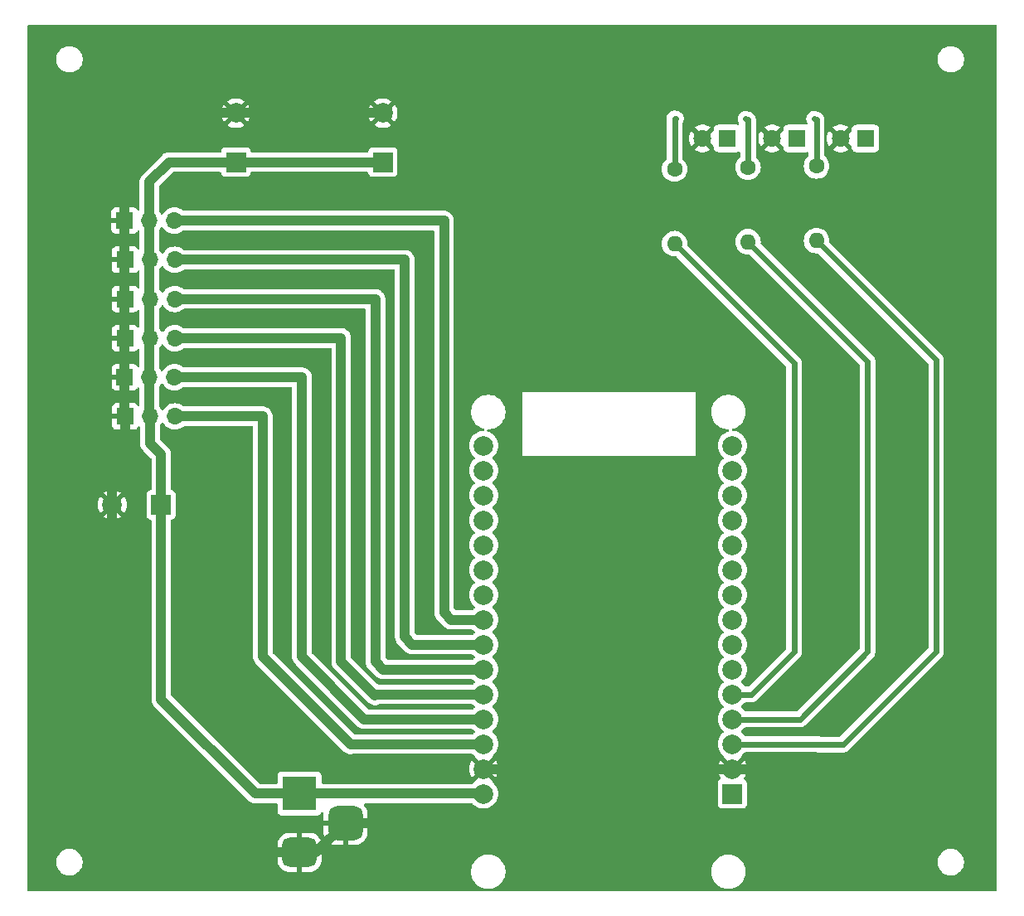
<source format=gbr>
%TF.GenerationSoftware,KiCad,Pcbnew,8.0.4*%
%TF.CreationDate,2024-09-01T22:04:34-05:00*%
%TF.ProjectId,CNC-BOT ESP32,434e432d-424f-4542-9045-535033322e6b,rev?*%
%TF.SameCoordinates,Original*%
%TF.FileFunction,Copper,L2,Bot*%
%TF.FilePolarity,Positive*%
%FSLAX46Y46*%
G04 Gerber Fmt 4.6, Leading zero omitted, Abs format (unit mm)*
G04 Created by KiCad (PCBNEW 8.0.4) date 2024-09-01 22:04:34*
%MOMM*%
%LPD*%
G01*
G04 APERTURE LIST*
G04 Aperture macros list*
%AMRoundRect*
0 Rectangle with rounded corners*
0 $1 Rounding radius*
0 $2 $3 $4 $5 $6 $7 $8 $9 X,Y pos of 4 corners*
0 Add a 4 corners polygon primitive as box body*
4,1,4,$2,$3,$4,$5,$6,$7,$8,$9,$2,$3,0*
0 Add four circle primitives for the rounded corners*
1,1,$1+$1,$2,$3*
1,1,$1+$1,$4,$5*
1,1,$1+$1,$6,$7*
1,1,$1+$1,$8,$9*
0 Add four rect primitives between the rounded corners*
20,1,$1+$1,$2,$3,$4,$5,0*
20,1,$1+$1,$4,$5,$6,$7,0*
20,1,$1+$1,$6,$7,$8,$9,0*
20,1,$1+$1,$8,$9,$2,$3,0*%
G04 Aperture macros list end*
%TA.AperFunction,ComponentPad*%
%ADD10C,1.600000*%
%TD*%
%TA.AperFunction,ComponentPad*%
%ADD11O,1.600000X1.600000*%
%TD*%
%TA.AperFunction,ComponentPad*%
%ADD12R,1.700000X1.700000*%
%TD*%
%TA.AperFunction,ComponentPad*%
%ADD13O,1.700000X1.700000*%
%TD*%
%TA.AperFunction,ComponentPad*%
%ADD14R,1.800000X1.800000*%
%TD*%
%TA.AperFunction,ComponentPad*%
%ADD15C,1.800000*%
%TD*%
%TA.AperFunction,ComponentPad*%
%ADD16R,2.000000X2.000000*%
%TD*%
%TA.AperFunction,ComponentPad*%
%ADD17C,2.000000*%
%TD*%
%TA.AperFunction,ComponentPad*%
%ADD18R,3.500000X3.500000*%
%TD*%
%TA.AperFunction,ComponentPad*%
%ADD19RoundRect,0.750000X1.000000X-0.750000X1.000000X0.750000X-1.000000X0.750000X-1.000000X-0.750000X0*%
%TD*%
%TA.AperFunction,ComponentPad*%
%ADD20RoundRect,0.875000X0.875000X-0.875000X0.875000X0.875000X-0.875000X0.875000X-0.875000X-0.875000X0*%
%TD*%
%TA.AperFunction,ViaPad*%
%ADD21C,1.100000*%
%TD*%
%TA.AperFunction,Conductor*%
%ADD22C,1.000000*%
%TD*%
%TA.AperFunction,Conductor*%
%ADD23C,0.600000*%
%TD*%
G04 APERTURE END LIST*
D10*
%TO.P,R1,1*%
%TO.N,Net-(D1-K)*%
X175540000Y-62397500D03*
D11*
%TO.P,R1,2*%
%TO.N,/led1*%
X175540000Y-70017500D03*
%TD*%
D12*
%TO.P,J7,1,Pin_1*%
%TO.N,GND*%
X104925000Y-71975000D03*
D13*
%TO.P,J7,2,Pin_2*%
%TO.N,+5V*%
X107465000Y-71975000D03*
%TO.P,J7,3,Pin_3*%
%TO.N,/serv5*%
X110005000Y-71975000D03*
%TD*%
D14*
%TO.P,D2,1,K*%
%TO.N,Net-(D2-K)*%
X173540000Y-59582500D03*
D15*
%TO.P,D2,2,A*%
%TO.N,GND*%
X171000000Y-59582500D03*
%TD*%
D16*
%TO.P,C1,1*%
%TO.N,+5V*%
X131250000Y-62000000D03*
D17*
%TO.P,C1,2*%
%TO.N,GND*%
X131250000Y-57000000D03*
%TD*%
D16*
%TO.P,U1,1,3V3*%
%TO.N,unconnected-(U1-3V3-Pad1)*%
X166950000Y-126515000D03*
D17*
%TO.P,U1,2,GND*%
%TO.N,GND*%
X166950000Y-123975000D03*
%TO.P,U1,3,D15*%
%TO.N,/led1*%
X166950000Y-121435000D03*
%TO.P,U1,4,D2*%
%TO.N,/led2*%
X166950000Y-118895000D03*
%TO.P,U1,5,D4*%
%TO.N,/led3*%
X166950000Y-116355000D03*
%TO.P,U1,6,RX2*%
%TO.N,unconnected-(U1-RX2-Pad6)*%
X166950000Y-113815000D03*
%TO.P,U1,7,TX2*%
%TO.N,unconnected-(U1-TX2-Pad7)*%
X166950000Y-111275000D03*
%TO.P,U1,8,D5*%
%TO.N,unconnected-(U1-D5-Pad8)*%
X166950000Y-108735000D03*
%TO.P,U1,9,D18*%
%TO.N,unconnected-(U1-D18-Pad9)*%
X166950000Y-106195000D03*
%TO.P,U1,10,D19*%
%TO.N,unconnected-(U1-D19-Pad10)*%
X166950000Y-103655000D03*
%TO.P,U1,11,D21*%
%TO.N,unconnected-(U1-D21-Pad11)*%
X166950000Y-101115000D03*
%TO.P,U1,12,RX0*%
%TO.N,unconnected-(U1-RX0-Pad12)*%
X166950000Y-98575000D03*
%TO.P,U1,13,TX0*%
%TO.N,unconnected-(U1-TX0-Pad13)*%
X166950000Y-96035000D03*
%TO.P,U1,14,D22*%
%TO.N,unconnected-(U1-D22-Pad14)*%
X166950000Y-93495000D03*
%TO.P,U1,15,D23*%
%TO.N,unconnected-(U1-D23-Pad15)*%
X166950000Y-90955000D03*
%TO.P,U1,16,EN*%
%TO.N,unconnected-(U1-EN-Pad16)*%
X141550000Y-90955000D03*
%TO.P,U1,17,VP*%
%TO.N,unconnected-(U1-VP-Pad17)*%
X141550000Y-93495000D03*
%TO.P,U1,18,VN*%
%TO.N,unconnected-(U1-VN-Pad18)*%
X141550000Y-96035000D03*
%TO.P,U1,19,D34*%
%TO.N,unconnected-(U1-D34-Pad19)*%
X141550000Y-98575000D03*
%TO.P,U1,20,D35*%
%TO.N,unconnected-(U1-D35-Pad20)*%
X141550000Y-101115000D03*
%TO.P,U1,21,D32*%
%TO.N,unconnected-(U1-D32-Pad21)*%
X141550000Y-103655000D03*
%TO.P,U1,22,D33*%
%TO.N,unconnected-(U1-D33-Pad22)*%
X141550000Y-106195000D03*
%TO.P,U1,23,D25*%
%TO.N,/serv6*%
X141550000Y-108735000D03*
%TO.P,U1,24,D26*%
%TO.N,/serv5*%
X141550000Y-111275000D03*
%TO.P,U1,25,D27*%
%TO.N,/serv4*%
X141550000Y-113815000D03*
%TO.P,U1,26,D14*%
%TO.N,/serv3*%
X141550000Y-116355000D03*
%TO.P,U1,27,D12*%
%TO.N,/serv2*%
X141550000Y-118895000D03*
%TO.P,U1,28,D13*%
%TO.N,/serv1*%
X141550000Y-121435000D03*
%TO.P,U1,29,GND*%
%TO.N,GND*%
X141550000Y-123975000D03*
%TO.P,U1,30,VIN*%
%TO.N,+5V*%
X141550000Y-126515000D03*
%TD*%
D10*
%TO.P,R2,1*%
%TO.N,Net-(D2-K)*%
X168540000Y-62517500D03*
D11*
%TO.P,R2,2*%
%TO.N,/led2*%
X168540000Y-70137500D03*
%TD*%
D16*
%TO.P,C3,1*%
%TO.N,+5V*%
X108617677Y-97000000D03*
D17*
%TO.P,C3,2*%
%TO.N,GND*%
X103617677Y-97000000D03*
%TD*%
D12*
%TO.P,J5,1,Pin_1*%
%TO.N,GND*%
X104900000Y-83975000D03*
D13*
%TO.P,J5,2,Pin_2*%
%TO.N,+5V*%
X107440000Y-83975000D03*
%TO.P,J5,3,Pin_3*%
%TO.N,/serv2*%
X109980000Y-83975000D03*
%TD*%
D14*
%TO.P,D3,1,K*%
%TO.N,Net-(D3-K)*%
X166440000Y-59582500D03*
D15*
%TO.P,D3,2,A*%
%TO.N,GND*%
X163900000Y-59582500D03*
%TD*%
D14*
%TO.P,D1,1,K*%
%TO.N,Net-(D1-K)*%
X180540000Y-59582500D03*
D15*
%TO.P,D1,2,A*%
%TO.N,GND*%
X178000000Y-59582500D03*
%TD*%
D12*
%TO.P,J8,1,Pin_1*%
%TO.N,GND*%
X104885000Y-67975000D03*
D13*
%TO.P,J8,2,Pin_2*%
%TO.N,+5V*%
X107425000Y-67975000D03*
%TO.P,J8,3,Pin_3*%
%TO.N,/serv6*%
X109965000Y-67975000D03*
%TD*%
D12*
%TO.P,J6,1,Pin_1*%
%TO.N,GND*%
X104925000Y-75975000D03*
D13*
%TO.P,J6,2,Pin_2*%
%TO.N,+5V*%
X107465000Y-75975000D03*
%TO.P,J6,3,Pin_3*%
%TO.N,/serv4*%
X110005000Y-75975000D03*
%TD*%
D12*
%TO.P,J10,1,Pin_1*%
%TO.N,GND*%
X104930000Y-87975000D03*
D13*
%TO.P,J10,2,Pin_2*%
%TO.N,+5V*%
X107470000Y-87975000D03*
%TO.P,J10,3,Pin_3*%
%TO.N,/serv1*%
X110010000Y-87975000D03*
%TD*%
D10*
%TO.P,R3,1*%
%TO.N,Net-(D3-K)*%
X161040000Y-62707500D03*
D11*
%TO.P,R3,2*%
%TO.N,/led3*%
X161040000Y-70327500D03*
%TD*%
D16*
%TO.P,C2,1*%
%TO.N,+5V*%
X116250000Y-62000000D03*
D17*
%TO.P,C2,2*%
%TO.N,GND*%
X116250000Y-57000000D03*
%TD*%
D18*
%TO.P,J2,1*%
%TO.N,+5V*%
X122750000Y-126500000D03*
D19*
%TO.P,J2,2*%
%TO.N,GND*%
X122750000Y-132500000D03*
D20*
%TO.P,J2,3*%
X127450000Y-129500000D03*
%TD*%
D12*
%TO.P,J9,1,Pin_1*%
%TO.N,GND*%
X104925000Y-79975000D03*
D13*
%TO.P,J9,2,Pin_2*%
%TO.N,+5V*%
X107465000Y-79975000D03*
%TO.P,J9,3,Pin_3*%
%TO.N,/serv3*%
X110005000Y-79975000D03*
%TD*%
D21*
%TO.N,GND*%
X116000000Y-86000000D03*
X116000000Y-82000000D03*
X116000000Y-78000000D03*
X116000000Y-74000000D03*
X116000000Y-70000000D03*
X116000000Y-91500000D03*
%TD*%
D22*
%TO.N,/serv5*%
X133500000Y-71975000D02*
X110005000Y-71975000D01*
X134275000Y-111275000D02*
X133500000Y-110500000D01*
X133500000Y-110500000D02*
X133500000Y-71975000D01*
X141550000Y-111275000D02*
X134275000Y-111275000D01*
%TO.N,/serv4*%
X130500000Y-76000000D02*
X130500000Y-113025000D01*
X130500000Y-113025000D02*
X131290000Y-113815000D01*
X131290000Y-113815000D02*
X141550000Y-113815000D01*
X130475000Y-75975000D02*
X130500000Y-76000000D01*
X110005000Y-75975000D02*
X130475000Y-75975000D01*
%TO.N,/serv1*%
X127990000Y-121435000D02*
X141550000Y-121435000D01*
X127950000Y-121475000D02*
X127990000Y-121435000D01*
X119000000Y-112525000D02*
X127950000Y-121475000D01*
X119000000Y-87975000D02*
X119000000Y-112525000D01*
X110010000Y-87975000D02*
X119000000Y-87975000D01*
%TO.N,/serv3*%
X130450000Y-116475000D02*
X130570000Y-116355000D01*
X127000000Y-113025000D02*
X130450000Y-116475000D01*
X130570000Y-116355000D02*
X141550000Y-116355000D01*
X127000000Y-79975000D02*
X127000000Y-113025000D01*
X110005000Y-79975000D02*
X127000000Y-79975000D01*
%TO.N,/serv2*%
X129370000Y-118895000D02*
X141550000Y-118895000D01*
X123000000Y-112525000D02*
X129370000Y-118895000D01*
X123000000Y-83975000D02*
X123000000Y-112525000D01*
X109980000Y-83975000D02*
X123000000Y-83975000D01*
%TO.N,/serv6*%
X137500000Y-67975000D02*
X109965000Y-67975000D01*
X137500000Y-108000000D02*
X137500000Y-67975000D01*
X138235000Y-108735000D02*
X137500000Y-108000000D01*
X141550000Y-108735000D02*
X138235000Y-108735000D01*
%TO.N,GND*%
X172750000Y-54417500D02*
X171540000Y-53207500D01*
X122750000Y-132500000D02*
X124450000Y-132500000D01*
X116250000Y-57000000D02*
X131250000Y-57000000D01*
X147450000Y-129475000D02*
X147450000Y-123975000D01*
X177540000Y-53207500D02*
X192250000Y-67917500D01*
X147450000Y-123975000D02*
X166950000Y-123975000D01*
X127450000Y-129500000D02*
X147425000Y-129500000D01*
X109750000Y-57000000D02*
X116250000Y-57000000D01*
X147425000Y-129500000D02*
X147450000Y-129475000D01*
X158540000Y-57472500D02*
X158650000Y-57582500D01*
X119250000Y-132500000D02*
X103617677Y-116867677D01*
X165750000Y-53417500D02*
X165540000Y-53207500D01*
X103617677Y-97000000D02*
X103617677Y-91132323D01*
X171540000Y-53207500D02*
X177540000Y-53207500D01*
X103617677Y-91132323D02*
X104930000Y-89820000D01*
X180250000Y-124000000D02*
X179250000Y-124000000D01*
X171540000Y-53207500D02*
X166040000Y-53207500D01*
X158540000Y-54207500D02*
X158540000Y-57472500D01*
X179250000Y-124000000D02*
X179225000Y-123975000D01*
X192250000Y-112000000D02*
X180250000Y-124000000D01*
X147450000Y-123975000D02*
X141550000Y-123975000D01*
X104885000Y-67975000D02*
X104885000Y-61865000D01*
X103617677Y-116867677D02*
X103617677Y-97000000D01*
X104885000Y-87930000D02*
X104930000Y-87975000D01*
X172750000Y-57582500D02*
X172750000Y-54417500D01*
X179225000Y-123975000D02*
X166950000Y-123975000D01*
X122750000Y-132500000D02*
X119250000Y-132500000D01*
X165750000Y-57582500D02*
X165750000Y-53417500D01*
X165540000Y-53207500D02*
X159540000Y-53207500D01*
X104885000Y-61865000D02*
X109750000Y-57000000D01*
X192250000Y-67917500D02*
X192250000Y-112000000D01*
X166040000Y-53207500D02*
X165540000Y-53207500D01*
X104885000Y-67975000D02*
X104885000Y-87930000D01*
X124450000Y-132500000D02*
X127450000Y-129500000D01*
X104930000Y-89820000D02*
X104930000Y-87975000D01*
X159540000Y-53207500D02*
X158540000Y-54207500D01*
%TO.N,+5V*%
X115882323Y-61632323D02*
X116250000Y-62000000D01*
X107470000Y-90720000D02*
X107470000Y-87975000D01*
X122750000Y-126500000D02*
X141535000Y-126500000D01*
X122750000Y-126500000D02*
X118250000Y-126500000D01*
X107425000Y-87930000D02*
X107470000Y-87975000D01*
X107425000Y-67975000D02*
X107425000Y-87930000D01*
X141535000Y-126500000D02*
X141550000Y-126515000D01*
X108617677Y-97000000D02*
X108617677Y-91867677D01*
X118250000Y-126500000D02*
X108617677Y-116867677D01*
X109425000Y-62000000D02*
X116250000Y-62000000D01*
X116250000Y-62000000D02*
X131250000Y-62000000D01*
X107425000Y-67975000D02*
X107425000Y-64000000D01*
X108617677Y-116867677D02*
X108617677Y-97000000D01*
X108617677Y-91867677D02*
X107470000Y-90720000D01*
X107425000Y-64000000D02*
X109425000Y-62000000D01*
D23*
%TO.N,Net-(D1-K)*%
X175540000Y-62397500D02*
X175540000Y-57642500D01*
X175540000Y-57832500D02*
X175290000Y-57582500D01*
%TO.N,Net-(D2-K)*%
X168540000Y-57832500D02*
X168290000Y-57582500D01*
X168540000Y-62517500D02*
X168540000Y-57642500D01*
%TO.N,Net-(D3-K)*%
X161040000Y-57732500D02*
X161190000Y-57582500D01*
X161040000Y-62707500D02*
X161040000Y-57542500D01*
D22*
%TO.N,/serv1*%
X110010000Y-87975000D02*
X109950000Y-87975000D01*
D23*
%TO.N,/led1*%
X175750000Y-121500000D02*
X175685000Y-121435000D01*
X175685000Y-121435000D02*
X166950000Y-121435000D01*
X175540000Y-70017500D02*
X187750000Y-82227500D01*
X187750000Y-112000000D02*
X178250000Y-121500000D01*
X178250000Y-121500000D02*
X175750000Y-121500000D01*
X187750000Y-82227500D02*
X187750000Y-112000000D01*
%TO.N,/led2*%
X168540000Y-70137500D02*
X180750000Y-82347500D01*
X173855000Y-118895000D02*
X166950000Y-118895000D01*
X180750000Y-112000000D02*
X173855000Y-118895000D01*
X180750000Y-82347500D02*
X180750000Y-112000000D01*
%TO.N,/led3*%
X173250000Y-82537500D02*
X173250000Y-112000000D01*
X173250000Y-112000000D02*
X168895000Y-116355000D01*
X161040000Y-70327500D02*
X173250000Y-82537500D01*
X168895000Y-116355000D02*
X166950000Y-116355000D01*
%TD*%
%TA.AperFunction,Conductor*%
%TO.N,GND*%
G36*
X108824855Y-88641546D02*
G01*
X108841575Y-88660842D01*
X108971505Y-88846401D01*
X109138599Y-89013495D01*
X109192300Y-89051097D01*
X109332165Y-89149032D01*
X109332167Y-89149033D01*
X109332170Y-89149035D01*
X109546337Y-89248903D01*
X109774592Y-89310063D01*
X109945319Y-89325000D01*
X110009999Y-89330659D01*
X110010000Y-89330659D01*
X110010001Y-89330659D01*
X110074681Y-89325000D01*
X110245408Y-89310063D01*
X110473663Y-89248903D01*
X110687830Y-89149035D01*
X110881401Y-89013495D01*
X110883077Y-89011819D01*
X110883995Y-89011317D01*
X110885544Y-89010018D01*
X110885805Y-89010329D01*
X110944400Y-88978334D01*
X110970758Y-88975500D01*
X117875500Y-88975500D01*
X117942539Y-88995185D01*
X117988294Y-89047989D01*
X117999500Y-89099500D01*
X117999500Y-112623544D01*
X118037481Y-112814488D01*
X118037948Y-112816834D01*
X118037948Y-112816836D01*
X118113364Y-112998907D01*
X118113371Y-112998920D01*
X118222859Y-113162780D01*
X118222860Y-113162781D01*
X118222861Y-113162782D01*
X118362218Y-113302139D01*
X118362219Y-113302139D01*
X118369286Y-113309206D01*
X118369285Y-113309206D01*
X118369289Y-113309209D01*
X127312214Y-122252136D01*
X127312218Y-122252139D01*
X127476078Y-122361627D01*
X127476084Y-122361630D01*
X127476085Y-122361631D01*
X127658164Y-122437051D01*
X127851454Y-122475499D01*
X127851457Y-122475500D01*
X127851459Y-122475500D01*
X128048542Y-122475500D01*
X128048543Y-122475499D01*
X128089274Y-122467397D01*
X128237657Y-122437883D01*
X128261848Y-122435500D01*
X140377145Y-122435500D01*
X140444184Y-122455185D01*
X140468374Y-122475517D01*
X140530252Y-122542734D01*
X140530262Y-122542743D01*
X140633743Y-122623286D01*
X140674556Y-122679996D01*
X140681343Y-122728823D01*
X140679941Y-122751389D01*
X141412424Y-123483871D01*
X141353147Y-123499755D01*
X141236853Y-123566898D01*
X141141898Y-123661853D01*
X141074755Y-123778147D01*
X141058872Y-123837424D01*
X140326564Y-123105116D01*
X140226267Y-123258632D01*
X140126412Y-123486282D01*
X140065387Y-123727261D01*
X140065385Y-123727270D01*
X140044859Y-123974994D01*
X140044859Y-123975005D01*
X140065385Y-124222729D01*
X140065387Y-124222738D01*
X140126412Y-124463717D01*
X140226266Y-124691364D01*
X140326564Y-124844882D01*
X141058871Y-124112575D01*
X141074755Y-124171853D01*
X141141898Y-124288147D01*
X141236853Y-124383102D01*
X141353147Y-124450245D01*
X141412424Y-124466128D01*
X140679942Y-125198609D01*
X140681343Y-125221177D01*
X140665850Y-125289307D01*
X140633744Y-125326713D01*
X140530258Y-125407260D01*
X140530256Y-125407261D01*
X140530256Y-125407262D01*
X140482182Y-125459484D01*
X140422297Y-125495473D01*
X140390954Y-125499500D01*
X125124499Y-125499500D01*
X125057460Y-125479815D01*
X125011705Y-125427011D01*
X125000499Y-125375500D01*
X125000499Y-124702129D01*
X125000498Y-124702123D01*
X125000497Y-124702116D01*
X124994091Y-124642517D01*
X124943796Y-124507669D01*
X124943795Y-124507668D01*
X124943793Y-124507664D01*
X124857547Y-124392455D01*
X124857544Y-124392452D01*
X124742335Y-124306206D01*
X124742328Y-124306202D01*
X124607482Y-124255908D01*
X124607483Y-124255908D01*
X124547883Y-124249501D01*
X124547881Y-124249500D01*
X124547873Y-124249500D01*
X124547864Y-124249500D01*
X120952129Y-124249500D01*
X120952123Y-124249501D01*
X120892516Y-124255908D01*
X120757671Y-124306202D01*
X120757664Y-124306206D01*
X120642455Y-124392452D01*
X120642452Y-124392455D01*
X120556206Y-124507664D01*
X120556202Y-124507671D01*
X120505908Y-124642517D01*
X120499501Y-124702116D01*
X120499501Y-124702123D01*
X120499500Y-124702135D01*
X120499500Y-125375500D01*
X120479815Y-125442539D01*
X120427011Y-125488294D01*
X120375500Y-125499500D01*
X118715782Y-125499500D01*
X118648743Y-125479815D01*
X118628101Y-125463181D01*
X109654496Y-116489576D01*
X109621011Y-116428253D01*
X109618177Y-116401895D01*
X109618177Y-98616976D01*
X109637862Y-98549937D01*
X109690666Y-98504182D01*
X109717812Y-98496736D01*
X109717609Y-98495876D01*
X109725156Y-98494092D01*
X109725158Y-98494091D01*
X109725160Y-98494091D01*
X109860008Y-98443796D01*
X109975223Y-98357546D01*
X110061473Y-98242331D01*
X110111768Y-98107483D01*
X110118177Y-98047873D01*
X110118176Y-95952128D01*
X110111768Y-95892517D01*
X110072482Y-95787187D01*
X110061474Y-95757671D01*
X110061470Y-95757664D01*
X109975224Y-95642455D01*
X109975221Y-95642452D01*
X109860012Y-95556206D01*
X109860005Y-95556202D01*
X109725159Y-95505908D01*
X109717615Y-95504126D01*
X109718151Y-95501853D01*
X109664365Y-95479571D01*
X109624520Y-95422177D01*
X109618177Y-95383024D01*
X109618177Y-91769135D01*
X109618176Y-91769132D01*
X109585853Y-91606631D01*
X109579728Y-91575841D01*
X109520831Y-91433651D01*
X109504309Y-91393763D01*
X109504308Y-91393761D01*
X109504307Y-91393759D01*
X109394817Y-91229896D01*
X109358828Y-91193907D01*
X109255459Y-91090538D01*
X109255458Y-91090537D01*
X108506819Y-90341898D01*
X108473334Y-90280575D01*
X108470500Y-90254217D01*
X108470500Y-88935758D01*
X108490185Y-88868719D01*
X108506819Y-88848077D01*
X108508495Y-88846401D01*
X108638425Y-88660842D01*
X108693002Y-88617217D01*
X108762500Y-88610023D01*
X108824855Y-88641546D01*
G37*
%TD.AperFunction*%
%TA.AperFunction,Conductor*%
G36*
X108794855Y-84641546D02*
G01*
X108811575Y-84660842D01*
X108941505Y-84846401D01*
X109108599Y-85013495D01*
X109174999Y-85059989D01*
X109302165Y-85149032D01*
X109302167Y-85149033D01*
X109302170Y-85149035D01*
X109516337Y-85248903D01*
X109744592Y-85310063D01*
X109915319Y-85325000D01*
X109979999Y-85330659D01*
X109980000Y-85330659D01*
X109980001Y-85330659D01*
X110044681Y-85325000D01*
X110215408Y-85310063D01*
X110443663Y-85248903D01*
X110657830Y-85149035D01*
X110851401Y-85013495D01*
X110853077Y-85011819D01*
X110853995Y-85011317D01*
X110855544Y-85010018D01*
X110855805Y-85010329D01*
X110914400Y-84978334D01*
X110940758Y-84975500D01*
X121875500Y-84975500D01*
X121942539Y-84995185D01*
X121988294Y-85047989D01*
X121999500Y-85099500D01*
X121999500Y-112623544D01*
X122037481Y-112814488D01*
X122037948Y-112816834D01*
X122037948Y-112816836D01*
X122113364Y-112998907D01*
X122113371Y-112998920D01*
X122222859Y-113162780D01*
X122222860Y-113162781D01*
X122222861Y-113162782D01*
X122362218Y-113302139D01*
X122362219Y-113302139D01*
X122369286Y-113309206D01*
X122369285Y-113309206D01*
X122369288Y-113309208D01*
X128592860Y-119532781D01*
X128592861Y-119532782D01*
X128664469Y-119604390D01*
X128732219Y-119672140D01*
X128896079Y-119781628D01*
X128896092Y-119781635D01*
X128988195Y-119819785D01*
X128988196Y-119819785D01*
X129078164Y-119857051D01*
X129271454Y-119895499D01*
X129271457Y-119895500D01*
X129271459Y-119895500D01*
X129468540Y-119895500D01*
X140377145Y-119895500D01*
X140444184Y-119915185D01*
X140468374Y-119935517D01*
X140530252Y-120002734D01*
X140530256Y-120002738D01*
X140613008Y-120067147D01*
X140653821Y-120123857D01*
X140657496Y-120193630D01*
X140622864Y-120254313D01*
X140613014Y-120262848D01*
X140579182Y-120289180D01*
X140530255Y-120327262D01*
X140530252Y-120327265D01*
X140468374Y-120394483D01*
X140408487Y-120430474D01*
X140377145Y-120434500D01*
X128375783Y-120434500D01*
X128308744Y-120414815D01*
X128288102Y-120398181D01*
X120036819Y-112146898D01*
X120003334Y-112085575D01*
X120000500Y-112059217D01*
X120000500Y-87876456D01*
X119962052Y-87683170D01*
X119962051Y-87683169D01*
X119962051Y-87683165D01*
X119955767Y-87667993D01*
X119886635Y-87501092D01*
X119886628Y-87501079D01*
X119777139Y-87337218D01*
X119777136Y-87337214D01*
X119637785Y-87197863D01*
X119637781Y-87197860D01*
X119473920Y-87088371D01*
X119473907Y-87088364D01*
X119291839Y-87012950D01*
X119291829Y-87012947D01*
X119098543Y-86974500D01*
X119098541Y-86974500D01*
X110970758Y-86974500D01*
X110903719Y-86954815D01*
X110883077Y-86938181D01*
X110881402Y-86936506D01*
X110881395Y-86936501D01*
X110687834Y-86800967D01*
X110687830Y-86800965D01*
X110616727Y-86767809D01*
X110473663Y-86701097D01*
X110473659Y-86701096D01*
X110473655Y-86701094D01*
X110245413Y-86639938D01*
X110245403Y-86639936D01*
X110010001Y-86619341D01*
X110009999Y-86619341D01*
X109774596Y-86639936D01*
X109774586Y-86639938D01*
X109546344Y-86701094D01*
X109546335Y-86701098D01*
X109332171Y-86800964D01*
X109332169Y-86800965D01*
X109138597Y-86936505D01*
X108971505Y-87103597D01*
X108841575Y-87289158D01*
X108786998Y-87332783D01*
X108717500Y-87339977D01*
X108655145Y-87308454D01*
X108638425Y-87289158D01*
X108508494Y-87103597D01*
X108461819Y-87056922D01*
X108428334Y-86995599D01*
X108425500Y-86969241D01*
X108425500Y-84950758D01*
X108445185Y-84883719D01*
X108461819Y-84863077D01*
X108478495Y-84846401D01*
X108608425Y-84660842D01*
X108663002Y-84617217D01*
X108732500Y-84610023D01*
X108794855Y-84641546D01*
G37*
%TD.AperFunction*%
%TA.AperFunction,Conductor*%
G36*
X108819855Y-80641546D02*
G01*
X108836575Y-80660842D01*
X108964499Y-80843537D01*
X108966505Y-80846401D01*
X109133599Y-81013495D01*
X109230384Y-81081265D01*
X109327165Y-81149032D01*
X109327167Y-81149033D01*
X109327170Y-81149035D01*
X109541337Y-81248903D01*
X109769592Y-81310063D01*
X109940319Y-81325000D01*
X110004999Y-81330659D01*
X110005000Y-81330659D01*
X110005001Y-81330659D01*
X110069681Y-81325000D01*
X110240408Y-81310063D01*
X110468663Y-81248903D01*
X110682830Y-81149035D01*
X110876401Y-81013495D01*
X110878077Y-81011819D01*
X110878995Y-81011317D01*
X110880544Y-81010018D01*
X110880805Y-81010329D01*
X110939400Y-80978334D01*
X110965758Y-80975500D01*
X125875500Y-80975500D01*
X125942539Y-80995185D01*
X125988294Y-81047989D01*
X125999500Y-81099500D01*
X125999500Y-113123541D01*
X126007306Y-113162781D01*
X126007306Y-113162784D01*
X126037947Y-113316829D01*
X126037948Y-113316833D01*
X126037949Y-113316836D01*
X126041795Y-113326119D01*
X126046032Y-113336348D01*
X126046033Y-113336352D01*
X126113368Y-113498914D01*
X126113369Y-113498917D01*
X126222860Y-113662781D01*
X126222863Y-113662785D01*
X126366537Y-113806459D01*
X126366559Y-113806479D01*
X129812215Y-117252136D01*
X129812219Y-117252139D01*
X129976079Y-117361627D01*
X129976083Y-117361629D01*
X129976086Y-117361631D01*
X130158164Y-117437051D01*
X130351455Y-117475499D01*
X130351458Y-117475500D01*
X130351460Y-117475500D01*
X130548542Y-117475500D01*
X130548543Y-117475499D01*
X130741836Y-117437051D01*
X130915928Y-117364939D01*
X130963381Y-117355500D01*
X140377145Y-117355500D01*
X140444184Y-117375185D01*
X140468374Y-117395517D01*
X140506610Y-117437052D01*
X140530256Y-117462738D01*
X140613008Y-117527147D01*
X140653821Y-117583857D01*
X140657496Y-117653630D01*
X140622864Y-117714313D01*
X140613014Y-117722848D01*
X140579182Y-117749180D01*
X140530255Y-117787262D01*
X140530252Y-117787265D01*
X140468374Y-117854483D01*
X140408487Y-117890474D01*
X140377145Y-117894500D01*
X129835783Y-117894500D01*
X129768744Y-117874815D01*
X129748102Y-117858181D01*
X124036819Y-112146898D01*
X124003334Y-112085575D01*
X124000500Y-112059217D01*
X124000500Y-83876456D01*
X123962052Y-83683170D01*
X123962051Y-83683169D01*
X123962051Y-83683165D01*
X123917207Y-83574901D01*
X123886635Y-83501092D01*
X123886628Y-83501079D01*
X123777139Y-83337218D01*
X123777136Y-83337214D01*
X123637785Y-83197863D01*
X123637781Y-83197860D01*
X123473920Y-83088371D01*
X123473907Y-83088364D01*
X123291839Y-83012950D01*
X123291829Y-83012947D01*
X123098543Y-82974500D01*
X123098541Y-82974500D01*
X110940758Y-82974500D01*
X110873719Y-82954815D01*
X110853077Y-82938181D01*
X110851402Y-82936506D01*
X110851395Y-82936501D01*
X110657834Y-82800967D01*
X110657830Y-82800965D01*
X110586727Y-82767809D01*
X110443663Y-82701097D01*
X110443659Y-82701096D01*
X110443655Y-82701094D01*
X110215413Y-82639938D01*
X110215403Y-82639936D01*
X109980001Y-82619341D01*
X109979999Y-82619341D01*
X109744596Y-82639936D01*
X109744586Y-82639938D01*
X109516344Y-82701094D01*
X109516335Y-82701098D01*
X109302171Y-82800964D01*
X109302169Y-82800965D01*
X109108597Y-82936505D01*
X108941505Y-83103597D01*
X108811575Y-83289158D01*
X108756998Y-83332783D01*
X108687500Y-83339977D01*
X108625145Y-83308454D01*
X108608425Y-83289158D01*
X108478494Y-83103597D01*
X108461819Y-83086922D01*
X108428334Y-83025599D01*
X108425500Y-82999241D01*
X108425500Y-80975758D01*
X108445185Y-80908719D01*
X108461819Y-80888077D01*
X108477052Y-80872844D01*
X108503495Y-80846401D01*
X108633425Y-80660842D01*
X108688002Y-80617217D01*
X108757500Y-80610023D01*
X108819855Y-80641546D01*
G37*
%TD.AperFunction*%
%TA.AperFunction,Conductor*%
G36*
X108819855Y-76641546D02*
G01*
X108836575Y-76660842D01*
X108964499Y-76843537D01*
X108966505Y-76846401D01*
X109133599Y-77013495D01*
X109230384Y-77081265D01*
X109327165Y-77149032D01*
X109327167Y-77149033D01*
X109327170Y-77149035D01*
X109541337Y-77248903D01*
X109769592Y-77310063D01*
X109940319Y-77325000D01*
X110004999Y-77330659D01*
X110005000Y-77330659D01*
X110005001Y-77330659D01*
X110069681Y-77325000D01*
X110240408Y-77310063D01*
X110468663Y-77248903D01*
X110682830Y-77149035D01*
X110876401Y-77013495D01*
X110878077Y-77011819D01*
X110878995Y-77011317D01*
X110880544Y-77010018D01*
X110880805Y-77010329D01*
X110939400Y-76978334D01*
X110965758Y-76975500D01*
X129375500Y-76975500D01*
X129442539Y-76995185D01*
X129488294Y-77047989D01*
X129499500Y-77099500D01*
X129499500Y-113123541D01*
X129507306Y-113162781D01*
X129507306Y-113162784D01*
X129537947Y-113316829D01*
X129537948Y-113316833D01*
X129537949Y-113316836D01*
X129541795Y-113326119D01*
X129546032Y-113336348D01*
X129546033Y-113336352D01*
X129613368Y-113498914D01*
X129613369Y-113498917D01*
X129722859Y-113662780D01*
X129722860Y-113662781D01*
X129722861Y-113662782D01*
X129862218Y-113802139D01*
X129862219Y-113802139D01*
X129869286Y-113809206D01*
X129869285Y-113809206D01*
X129869288Y-113809208D01*
X130512860Y-114452781D01*
X130512861Y-114452782D01*
X130652218Y-114592139D01*
X130816086Y-114701632D01*
X130816088Y-114701633D01*
X130816092Y-114701635D01*
X130907123Y-114739340D01*
X130907124Y-114739341D01*
X130971501Y-114766007D01*
X130998165Y-114777052D01*
X131159389Y-114809121D01*
X131191457Y-114815499D01*
X131191458Y-114815500D01*
X131191459Y-114815500D01*
X131191460Y-114815500D01*
X131388540Y-114815500D01*
X140377145Y-114815500D01*
X140444184Y-114835185D01*
X140468374Y-114855517D01*
X140530252Y-114922734D01*
X140530256Y-114922738D01*
X140613008Y-114987147D01*
X140653821Y-115043857D01*
X140657496Y-115113630D01*
X140622864Y-115174313D01*
X140613014Y-115182848D01*
X140579182Y-115209180D01*
X140530255Y-115247262D01*
X140530252Y-115247265D01*
X140468374Y-115314483D01*
X140408487Y-115350474D01*
X140377145Y-115354500D01*
X130795782Y-115354500D01*
X130728743Y-115334815D01*
X130708101Y-115318181D01*
X128036819Y-112646899D01*
X128003334Y-112585576D01*
X128000500Y-112559218D01*
X128000500Y-79876456D01*
X127962052Y-79683170D01*
X127962051Y-79683169D01*
X127962051Y-79683165D01*
X127917207Y-79574901D01*
X127886635Y-79501092D01*
X127886628Y-79501079D01*
X127777139Y-79337218D01*
X127777136Y-79337214D01*
X127637785Y-79197863D01*
X127637781Y-79197860D01*
X127473920Y-79088371D01*
X127473907Y-79088364D01*
X127291839Y-79012950D01*
X127291829Y-79012947D01*
X127098543Y-78974500D01*
X127098541Y-78974500D01*
X110965758Y-78974500D01*
X110898719Y-78954815D01*
X110878077Y-78938181D01*
X110876402Y-78936506D01*
X110876395Y-78936501D01*
X110682834Y-78800967D01*
X110682830Y-78800965D01*
X110682828Y-78800964D01*
X110468663Y-78701097D01*
X110468659Y-78701096D01*
X110468655Y-78701094D01*
X110240413Y-78639938D01*
X110240403Y-78639936D01*
X110005001Y-78619341D01*
X110004999Y-78619341D01*
X109769596Y-78639936D01*
X109769586Y-78639938D01*
X109541344Y-78701094D01*
X109541335Y-78701098D01*
X109327171Y-78800964D01*
X109327169Y-78800965D01*
X109133597Y-78936505D01*
X108966505Y-79103597D01*
X108836575Y-79289158D01*
X108781998Y-79332783D01*
X108712500Y-79339977D01*
X108650145Y-79308454D01*
X108633425Y-79289158D01*
X108503494Y-79103597D01*
X108461819Y-79061922D01*
X108428334Y-79000599D01*
X108425500Y-78974241D01*
X108425500Y-76975758D01*
X108445185Y-76908719D01*
X108461819Y-76888077D01*
X108477052Y-76872844D01*
X108503495Y-76846401D01*
X108633425Y-76660842D01*
X108688002Y-76617217D01*
X108757500Y-76610023D01*
X108819855Y-76641546D01*
G37*
%TD.AperFunction*%
%TA.AperFunction,Conductor*%
G36*
X108819855Y-72641546D02*
G01*
X108836575Y-72660842D01*
X108964499Y-72843537D01*
X108966505Y-72846401D01*
X109133599Y-73013495D01*
X109230384Y-73081265D01*
X109327165Y-73149032D01*
X109327167Y-73149033D01*
X109327170Y-73149035D01*
X109541337Y-73248903D01*
X109769592Y-73310063D01*
X109940319Y-73325000D01*
X110004999Y-73330659D01*
X110005000Y-73330659D01*
X110005001Y-73330659D01*
X110069681Y-73325000D01*
X110240408Y-73310063D01*
X110468663Y-73248903D01*
X110682830Y-73149035D01*
X110876401Y-73013495D01*
X110878077Y-73011819D01*
X110878995Y-73011317D01*
X110880544Y-73010018D01*
X110880805Y-73010329D01*
X110939400Y-72978334D01*
X110965758Y-72975500D01*
X132375500Y-72975500D01*
X132442539Y-72995185D01*
X132488294Y-73047989D01*
X132499500Y-73099500D01*
X132499500Y-110598541D01*
X132507194Y-110637218D01*
X132507194Y-110637221D01*
X132537946Y-110791826D01*
X132537949Y-110791835D01*
X132541781Y-110801085D01*
X132541783Y-110801091D01*
X132613366Y-110973910D01*
X132613371Y-110973919D01*
X132648964Y-111027187D01*
X132722861Y-111137782D01*
X132862218Y-111277139D01*
X132862220Y-111277140D01*
X132869286Y-111284206D01*
X132869285Y-111284206D01*
X132869289Y-111284209D01*
X133637215Y-112052137D01*
X133637219Y-112052140D01*
X133801079Y-112161628D01*
X133801085Y-112161631D01*
X133801086Y-112161632D01*
X133983165Y-112237052D01*
X134176455Y-112275500D01*
X134176458Y-112275501D01*
X134176460Y-112275501D01*
X134379655Y-112275501D01*
X134379675Y-112275500D01*
X140377145Y-112275500D01*
X140444184Y-112295185D01*
X140468374Y-112315517D01*
X140526985Y-112379185D01*
X140530256Y-112382738D01*
X140613008Y-112447147D01*
X140653821Y-112503857D01*
X140657496Y-112573630D01*
X140622864Y-112634313D01*
X140613014Y-112642848D01*
X140579182Y-112669180D01*
X140530255Y-112707262D01*
X140530252Y-112707265D01*
X140468374Y-112774483D01*
X140408487Y-112810474D01*
X140377145Y-112814500D01*
X131755783Y-112814500D01*
X131688744Y-112794815D01*
X131668102Y-112778181D01*
X131536819Y-112646898D01*
X131503334Y-112585575D01*
X131500500Y-112559217D01*
X131500500Y-75901456D01*
X131462052Y-75708169D01*
X131462051Y-75708167D01*
X131462051Y-75708165D01*
X131458455Y-75699484D01*
X131451706Y-75683189D01*
X131451694Y-75683162D01*
X131430811Y-75632745D01*
X131386635Y-75526093D01*
X131386634Y-75526092D01*
X131386632Y-75526086D01*
X131371184Y-75502967D01*
X131277140Y-75362219D01*
X131212092Y-75297171D01*
X131137782Y-75222861D01*
X131112782Y-75197861D01*
X131112781Y-75197860D01*
X131112780Y-75197859D01*
X130948920Y-75088371D01*
X130948911Y-75088366D01*
X130876315Y-75058296D01*
X130820165Y-75035038D01*
X130766836Y-75012949D01*
X130766832Y-75012948D01*
X130766828Y-75012946D01*
X130670188Y-74993724D01*
X130573544Y-74974500D01*
X130573541Y-74974500D01*
X110965758Y-74974500D01*
X110898719Y-74954815D01*
X110878077Y-74938181D01*
X110876402Y-74936506D01*
X110876395Y-74936501D01*
X110682834Y-74800967D01*
X110682830Y-74800965D01*
X110682828Y-74800964D01*
X110468663Y-74701097D01*
X110468659Y-74701096D01*
X110468655Y-74701094D01*
X110240413Y-74639938D01*
X110240403Y-74639936D01*
X110005001Y-74619341D01*
X110004999Y-74619341D01*
X109769596Y-74639936D01*
X109769586Y-74639938D01*
X109541344Y-74701094D01*
X109541335Y-74701098D01*
X109327171Y-74800964D01*
X109327169Y-74800965D01*
X109133597Y-74936505D01*
X108966505Y-75103597D01*
X108836575Y-75289158D01*
X108781998Y-75332783D01*
X108712500Y-75339977D01*
X108650145Y-75308454D01*
X108633425Y-75289158D01*
X108503494Y-75103597D01*
X108461819Y-75061922D01*
X108428334Y-75000599D01*
X108425500Y-74974241D01*
X108425500Y-72975758D01*
X108445185Y-72908719D01*
X108461819Y-72888077D01*
X108477052Y-72872844D01*
X108503495Y-72846401D01*
X108633425Y-72660842D01*
X108688002Y-72617217D01*
X108757500Y-72610023D01*
X108819855Y-72641546D01*
G37*
%TD.AperFunction*%
%TA.AperFunction,Conductor*%
G36*
X108779855Y-68641546D02*
G01*
X108796575Y-68660842D01*
X108916443Y-68832032D01*
X108926505Y-68846401D01*
X109093599Y-69013495D01*
X109147300Y-69051097D01*
X109287165Y-69149032D01*
X109287167Y-69149033D01*
X109287170Y-69149035D01*
X109501337Y-69248903D01*
X109729592Y-69310063D01*
X109900319Y-69325000D01*
X109964999Y-69330659D01*
X109965000Y-69330659D01*
X109965001Y-69330659D01*
X110029681Y-69325000D01*
X110200408Y-69310063D01*
X110428663Y-69248903D01*
X110642830Y-69149035D01*
X110836401Y-69013495D01*
X110838077Y-69011819D01*
X110838995Y-69011317D01*
X110840544Y-69010018D01*
X110840805Y-69010329D01*
X110899400Y-68978334D01*
X110925758Y-68975500D01*
X136375500Y-68975500D01*
X136442539Y-68995185D01*
X136488294Y-69047989D01*
X136499500Y-69099500D01*
X136499500Y-108098544D01*
X136531831Y-108261084D01*
X136531832Y-108261084D01*
X136531832Y-108261086D01*
X136537949Y-108291835D01*
X136537950Y-108291837D01*
X136537950Y-108291839D01*
X136613364Y-108473907D01*
X136613371Y-108473920D01*
X136722860Y-108637781D01*
X136722863Y-108637785D01*
X136866537Y-108781459D01*
X136866559Y-108781479D01*
X137454735Y-109369655D01*
X137454764Y-109369686D01*
X137597214Y-109512136D01*
X137597218Y-109512139D01*
X137761079Y-109621628D01*
X137761092Y-109621635D01*
X137889833Y-109674961D01*
X137943159Y-109697049D01*
X137943164Y-109697051D01*
X137991507Y-109706667D01*
X138027745Y-109713875D01*
X138136456Y-109735500D01*
X138136459Y-109735500D01*
X138136460Y-109735500D01*
X138333540Y-109735500D01*
X140377145Y-109735500D01*
X140444184Y-109755185D01*
X140468374Y-109775517D01*
X140530252Y-109842734D01*
X140530256Y-109842738D01*
X140613008Y-109907147D01*
X140653821Y-109963857D01*
X140657496Y-110033630D01*
X140622864Y-110094313D01*
X140613014Y-110102848D01*
X140588540Y-110121898D01*
X140530255Y-110167262D01*
X140530252Y-110167265D01*
X140468374Y-110234483D01*
X140408487Y-110270474D01*
X140377145Y-110274500D01*
X134740783Y-110274500D01*
X134673744Y-110254815D01*
X134653102Y-110238181D01*
X134536819Y-110121898D01*
X134503334Y-110060575D01*
X134500500Y-110034217D01*
X134500500Y-71876456D01*
X134462052Y-71683170D01*
X134462051Y-71683169D01*
X134462051Y-71683165D01*
X134417207Y-71574901D01*
X134386635Y-71501092D01*
X134386628Y-71501079D01*
X134277139Y-71337218D01*
X134277136Y-71337214D01*
X134137785Y-71197863D01*
X134137781Y-71197860D01*
X133973920Y-71088371D01*
X133973907Y-71088364D01*
X133791839Y-71012950D01*
X133791829Y-71012947D01*
X133598543Y-70974500D01*
X133598541Y-70974500D01*
X110965758Y-70974500D01*
X110898719Y-70954815D01*
X110878077Y-70938181D01*
X110876402Y-70936506D01*
X110876395Y-70936501D01*
X110682834Y-70800967D01*
X110682830Y-70800965D01*
X110659813Y-70790232D01*
X110468663Y-70701097D01*
X110468659Y-70701096D01*
X110468655Y-70701094D01*
X110240413Y-70639938D01*
X110240403Y-70639936D01*
X110005001Y-70619341D01*
X110004999Y-70619341D01*
X109769596Y-70639936D01*
X109769586Y-70639938D01*
X109541344Y-70701094D01*
X109541335Y-70701098D01*
X109327171Y-70800964D01*
X109327169Y-70800965D01*
X109133597Y-70936505D01*
X108966505Y-71103597D01*
X108836575Y-71289158D01*
X108781998Y-71332783D01*
X108712500Y-71339977D01*
X108650145Y-71308454D01*
X108633425Y-71289158D01*
X108503494Y-71103597D01*
X108461819Y-71061922D01*
X108428334Y-71000599D01*
X108425500Y-70974241D01*
X108425500Y-68935758D01*
X108445185Y-68868719D01*
X108461819Y-68848077D01*
X108463495Y-68846401D01*
X108593425Y-68660842D01*
X108648002Y-68617217D01*
X108717500Y-68610023D01*
X108779855Y-68641546D01*
G37*
%TD.AperFunction*%
%TA.AperFunction,Conductor*%
G36*
X193892539Y-47995185D02*
G01*
X193938294Y-48047989D01*
X193949500Y-48099500D01*
X193949500Y-136350500D01*
X193929815Y-136417539D01*
X193877011Y-136463294D01*
X193825500Y-136474500D01*
X95074500Y-136474500D01*
X95007461Y-136454815D01*
X94961706Y-136402011D01*
X94950500Y-136350500D01*
X94950500Y-133393713D01*
X97899500Y-133393713D01*
X97899500Y-133606287D01*
X97932754Y-133816243D01*
X97963579Y-133911113D01*
X97998444Y-134018414D01*
X98094951Y-134207820D01*
X98219890Y-134379786D01*
X98370213Y-134530109D01*
X98542179Y-134655048D01*
X98542181Y-134655049D01*
X98542184Y-134655051D01*
X98731588Y-134751557D01*
X98933757Y-134817246D01*
X99143713Y-134850500D01*
X99143714Y-134850500D01*
X99356286Y-134850500D01*
X99356287Y-134850500D01*
X99566243Y-134817246D01*
X99768412Y-134751557D01*
X99957816Y-134655051D01*
X99979789Y-134639086D01*
X100129786Y-134530109D01*
X100129788Y-134530106D01*
X100129792Y-134530104D01*
X100280104Y-134379792D01*
X100280106Y-134379788D01*
X100280109Y-134379786D01*
X100405048Y-134207820D01*
X100405047Y-134207820D01*
X100405051Y-134207816D01*
X100501557Y-134018412D01*
X100567246Y-133816243D01*
X100600500Y-133606287D01*
X100600500Y-133393713D01*
X100567246Y-133183757D01*
X100501557Y-132981588D01*
X100405051Y-132792184D01*
X100405049Y-132792181D01*
X100405048Y-132792179D01*
X100280109Y-132620213D01*
X100129786Y-132469890D01*
X99957820Y-132344951D01*
X99768414Y-132248444D01*
X99768413Y-132248443D01*
X99768412Y-132248443D01*
X99566243Y-132182754D01*
X99566241Y-132182753D01*
X99566240Y-132182753D01*
X99404957Y-132157208D01*
X99356287Y-132149500D01*
X99143713Y-132149500D01*
X99095042Y-132157208D01*
X98933760Y-132182753D01*
X98731585Y-132248444D01*
X98542179Y-132344951D01*
X98370213Y-132469890D01*
X98219890Y-132620213D01*
X98094951Y-132792179D01*
X97998444Y-132981585D01*
X97932753Y-133183760D01*
X97911438Y-133318338D01*
X97899500Y-133393713D01*
X94950500Y-133393713D01*
X94950500Y-131685803D01*
X120500000Y-131685803D01*
X120500000Y-132250000D01*
X121316988Y-132250000D01*
X121284075Y-132307007D01*
X121250000Y-132434174D01*
X121250000Y-132565826D01*
X121284075Y-132692993D01*
X121316988Y-132750000D01*
X120500001Y-132750000D01*
X120500001Y-133314197D01*
X120510400Y-133446332D01*
X120565377Y-133664519D01*
X120658428Y-133869374D01*
X120658431Y-133869380D01*
X120786559Y-134054323D01*
X120786569Y-134054335D01*
X120945664Y-134213430D01*
X120945676Y-134213440D01*
X121130619Y-134341568D01*
X121130625Y-134341571D01*
X121335480Y-134434622D01*
X121553667Y-134489599D01*
X121685810Y-134499999D01*
X122499999Y-134499999D01*
X122500000Y-134499998D01*
X122500000Y-133000000D01*
X123000000Y-133000000D01*
X123000000Y-134499999D01*
X123814182Y-134499999D01*
X123814197Y-134499998D01*
X123946332Y-134489599D01*
X124164519Y-134434622D01*
X124328234Y-134360258D01*
X140269500Y-134360258D01*
X140269500Y-134589741D01*
X140290805Y-134751557D01*
X140299452Y-134817238D01*
X140358842Y-135038887D01*
X140446650Y-135250876D01*
X140446657Y-135250890D01*
X140561392Y-135449617D01*
X140701081Y-135631661D01*
X140701089Y-135631670D01*
X140863330Y-135793911D01*
X140863338Y-135793918D01*
X141045382Y-135933607D01*
X141045385Y-135933608D01*
X141045388Y-135933611D01*
X141244112Y-136048344D01*
X141244117Y-136048346D01*
X141244123Y-136048349D01*
X141335480Y-136086190D01*
X141456113Y-136136158D01*
X141677762Y-136195548D01*
X141905266Y-136225500D01*
X141905273Y-136225500D01*
X142134727Y-136225500D01*
X142134734Y-136225500D01*
X142362238Y-136195548D01*
X142583887Y-136136158D01*
X142795888Y-136048344D01*
X142994612Y-135933611D01*
X143176661Y-135793919D01*
X143176665Y-135793914D01*
X143176670Y-135793911D01*
X143338911Y-135631670D01*
X143338914Y-135631665D01*
X143338919Y-135631661D01*
X143478611Y-135449612D01*
X143593344Y-135250888D01*
X143681158Y-135038887D01*
X143740548Y-134817238D01*
X143770500Y-134589734D01*
X143770500Y-134360266D01*
X143770499Y-134360258D01*
X164779500Y-134360258D01*
X164779500Y-134589741D01*
X164800805Y-134751557D01*
X164809452Y-134817238D01*
X164868842Y-135038887D01*
X164956650Y-135250876D01*
X164956657Y-135250890D01*
X165071392Y-135449617D01*
X165211081Y-135631661D01*
X165211089Y-135631670D01*
X165373330Y-135793911D01*
X165373338Y-135793918D01*
X165555382Y-135933607D01*
X165555385Y-135933608D01*
X165555388Y-135933611D01*
X165754112Y-136048344D01*
X165754117Y-136048346D01*
X165754123Y-136048349D01*
X165845480Y-136086190D01*
X165966113Y-136136158D01*
X166187762Y-136195548D01*
X166415266Y-136225500D01*
X166415273Y-136225500D01*
X166644727Y-136225500D01*
X166644734Y-136225500D01*
X166872238Y-136195548D01*
X167093887Y-136136158D01*
X167305888Y-136048344D01*
X167504612Y-135933611D01*
X167686661Y-135793919D01*
X167686665Y-135793914D01*
X167686670Y-135793911D01*
X167848911Y-135631670D01*
X167848914Y-135631665D01*
X167848919Y-135631661D01*
X167988611Y-135449612D01*
X168103344Y-135250888D01*
X168191158Y-135038887D01*
X168250548Y-134817238D01*
X168280500Y-134589734D01*
X168280500Y-134360266D01*
X168250548Y-134132762D01*
X168191158Y-133911113D01*
X168103344Y-133699112D01*
X167988611Y-133500388D01*
X167988608Y-133500385D01*
X167988607Y-133500382D01*
X167906756Y-133393713D01*
X187899500Y-133393713D01*
X187899500Y-133606287D01*
X187932754Y-133816243D01*
X187963579Y-133911113D01*
X187998444Y-134018414D01*
X188094951Y-134207820D01*
X188219890Y-134379786D01*
X188370213Y-134530109D01*
X188542179Y-134655048D01*
X188542181Y-134655049D01*
X188542184Y-134655051D01*
X188731588Y-134751557D01*
X188933757Y-134817246D01*
X189143713Y-134850500D01*
X189143714Y-134850500D01*
X189356286Y-134850500D01*
X189356287Y-134850500D01*
X189566243Y-134817246D01*
X189768412Y-134751557D01*
X189957816Y-134655051D01*
X189979789Y-134639086D01*
X190129786Y-134530109D01*
X190129788Y-134530106D01*
X190129792Y-134530104D01*
X190280104Y-134379792D01*
X190280106Y-134379788D01*
X190280109Y-134379786D01*
X190405048Y-134207820D01*
X190405047Y-134207820D01*
X190405051Y-134207816D01*
X190501557Y-134018412D01*
X190567246Y-133816243D01*
X190600500Y-133606287D01*
X190600500Y-133393713D01*
X190567246Y-133183757D01*
X190501557Y-132981588D01*
X190405051Y-132792184D01*
X190405049Y-132792181D01*
X190405048Y-132792179D01*
X190280109Y-132620213D01*
X190129786Y-132469890D01*
X189957820Y-132344951D01*
X189768414Y-132248444D01*
X189768413Y-132248443D01*
X189768412Y-132248443D01*
X189566243Y-132182754D01*
X189566241Y-132182753D01*
X189566240Y-132182753D01*
X189404957Y-132157208D01*
X189356287Y-132149500D01*
X189143713Y-132149500D01*
X189095042Y-132157208D01*
X188933760Y-132182753D01*
X188731585Y-132248444D01*
X188542179Y-132344951D01*
X188370213Y-132469890D01*
X188219890Y-132620213D01*
X188094951Y-132792179D01*
X187998444Y-132981585D01*
X187932753Y-133183760D01*
X187911438Y-133318338D01*
X187899500Y-133393713D01*
X167906756Y-133393713D01*
X167848918Y-133318338D01*
X167848911Y-133318330D01*
X167686670Y-133156089D01*
X167686661Y-133156081D01*
X167504617Y-133016392D01*
X167444329Y-132981585D01*
X167305888Y-132901656D01*
X167305876Y-132901650D01*
X167093887Y-132813842D01*
X167013057Y-132792184D01*
X166872238Y-132754452D01*
X166834215Y-132749446D01*
X166644741Y-132724500D01*
X166644734Y-132724500D01*
X166415266Y-132724500D01*
X166415258Y-132724500D01*
X166198715Y-132753009D01*
X166187762Y-132754452D01*
X166094076Y-132779554D01*
X165966112Y-132813842D01*
X165754123Y-132901650D01*
X165754109Y-132901657D01*
X165555382Y-133016392D01*
X165373338Y-133156081D01*
X165211081Y-133318338D01*
X165071392Y-133500382D01*
X164956657Y-133699109D01*
X164956650Y-133699123D01*
X164868842Y-133911112D01*
X164809453Y-134132759D01*
X164809451Y-134132770D01*
X164779500Y-134360258D01*
X143770499Y-134360258D01*
X143740548Y-134132762D01*
X143681158Y-133911113D01*
X143593344Y-133699112D01*
X143478611Y-133500388D01*
X143478608Y-133500385D01*
X143478607Y-133500382D01*
X143338918Y-133318338D01*
X143338911Y-133318330D01*
X143176670Y-133156089D01*
X143176661Y-133156081D01*
X142994617Y-133016392D01*
X142934329Y-132981585D01*
X142795888Y-132901656D01*
X142795876Y-132901650D01*
X142583887Y-132813842D01*
X142503057Y-132792184D01*
X142362238Y-132754452D01*
X142324215Y-132749446D01*
X142134741Y-132724500D01*
X142134734Y-132724500D01*
X141905266Y-132724500D01*
X141905258Y-132724500D01*
X141688715Y-132753009D01*
X141677762Y-132754452D01*
X141584076Y-132779554D01*
X141456112Y-132813842D01*
X141244123Y-132901650D01*
X141244109Y-132901657D01*
X141045382Y-133016392D01*
X140863338Y-133156081D01*
X140701081Y-133318338D01*
X140561392Y-133500382D01*
X140446657Y-133699109D01*
X140446650Y-133699123D01*
X140358842Y-133911112D01*
X140299453Y-134132759D01*
X140299451Y-134132770D01*
X140269500Y-134360258D01*
X124328234Y-134360258D01*
X124369374Y-134341571D01*
X124369380Y-134341568D01*
X124554323Y-134213440D01*
X124554335Y-134213430D01*
X124713430Y-134054335D01*
X124713440Y-134054323D01*
X124841568Y-133869380D01*
X124841571Y-133869374D01*
X124934622Y-133664519D01*
X124989599Y-133446332D01*
X124999999Y-133314196D01*
X125000000Y-133314184D01*
X125000000Y-132750000D01*
X124183012Y-132750000D01*
X124215925Y-132692993D01*
X124250000Y-132565826D01*
X124250000Y-132434174D01*
X124215925Y-132307007D01*
X124183012Y-132250000D01*
X124999999Y-132250000D01*
X124999999Y-131685817D01*
X124999998Y-131685802D01*
X124989599Y-131553667D01*
X124934622Y-131335480D01*
X124841571Y-131130625D01*
X124841568Y-131130619D01*
X124713440Y-130945676D01*
X124713430Y-130945664D01*
X124554335Y-130786569D01*
X124554323Y-130786559D01*
X124369380Y-130658431D01*
X124369374Y-130658428D01*
X124164519Y-130565377D01*
X123946332Y-130510400D01*
X123814196Y-130500000D01*
X123000000Y-130500000D01*
X123000000Y-132000000D01*
X122500000Y-132000000D01*
X122500000Y-130500000D01*
X121685817Y-130500000D01*
X121685802Y-130500001D01*
X121553667Y-130510400D01*
X121335480Y-130565377D01*
X121130625Y-130658428D01*
X121130619Y-130658431D01*
X120945676Y-130786559D01*
X120945664Y-130786569D01*
X120786569Y-130945664D01*
X120786559Y-130945676D01*
X120658431Y-131130619D01*
X120658428Y-131130625D01*
X120565377Y-131335480D01*
X120510400Y-131553667D01*
X120500000Y-131685803D01*
X94950500Y-131685803D01*
X94950500Y-96999994D01*
X102112536Y-96999994D01*
X102112536Y-97000005D01*
X102133062Y-97247729D01*
X102133064Y-97247738D01*
X102194089Y-97488717D01*
X102293943Y-97716364D01*
X102394241Y-97869882D01*
X103134714Y-97129409D01*
X103151752Y-97192993D01*
X103217578Y-97307007D01*
X103310670Y-97400099D01*
X103424684Y-97465925D01*
X103488267Y-97482962D01*
X102747619Y-98223609D01*
X102794445Y-98260055D01*
X102794447Y-98260056D01*
X103013062Y-98378364D01*
X103013073Y-98378369D01*
X103248183Y-98459083D01*
X103493384Y-98500000D01*
X103741970Y-98500000D01*
X103987170Y-98459083D01*
X104222280Y-98378369D01*
X104222291Y-98378364D01*
X104440905Y-98260057D01*
X104440908Y-98260055D01*
X104487733Y-98223609D01*
X103747086Y-97482962D01*
X103810670Y-97465925D01*
X103924684Y-97400099D01*
X104017776Y-97307007D01*
X104083602Y-97192993D01*
X104100639Y-97129410D01*
X104841111Y-97869882D01*
X104941408Y-97716369D01*
X105041264Y-97488717D01*
X105102289Y-97247738D01*
X105102291Y-97247729D01*
X105122818Y-97000005D01*
X105122818Y-96999994D01*
X105102291Y-96752270D01*
X105102289Y-96752261D01*
X105041264Y-96511282D01*
X104941408Y-96283630D01*
X104841111Y-96130116D01*
X104100639Y-96870589D01*
X104083602Y-96807007D01*
X104017776Y-96692993D01*
X103924684Y-96599901D01*
X103810670Y-96534075D01*
X103747087Y-96517037D01*
X104487734Y-95776390D01*
X104487733Y-95776389D01*
X104440906Y-95739943D01*
X104222291Y-95621635D01*
X104222280Y-95621630D01*
X103987170Y-95540916D01*
X103741970Y-95500000D01*
X103493384Y-95500000D01*
X103248183Y-95540916D01*
X103013073Y-95621630D01*
X103013067Y-95621632D01*
X102794438Y-95739949D01*
X102747619Y-95776388D01*
X102747619Y-95776390D01*
X103488267Y-96517037D01*
X103424684Y-96534075D01*
X103310670Y-96599901D01*
X103217578Y-96692993D01*
X103151752Y-96807007D01*
X103134714Y-96870589D01*
X102394241Y-96130116D01*
X102293944Y-96283632D01*
X102194089Y-96511282D01*
X102133064Y-96752261D01*
X102133062Y-96752270D01*
X102112536Y-96999994D01*
X94950500Y-96999994D01*
X94950500Y-67077155D01*
X103535000Y-67077155D01*
X103535000Y-67725000D01*
X104451988Y-67725000D01*
X104419075Y-67782007D01*
X104385000Y-67909174D01*
X104385000Y-68040826D01*
X104419075Y-68167993D01*
X104451988Y-68225000D01*
X103535000Y-68225000D01*
X103535000Y-68872844D01*
X103541401Y-68932372D01*
X103541403Y-68932379D01*
X103591645Y-69067086D01*
X103591649Y-69067093D01*
X103677809Y-69182187D01*
X103677811Y-69182189D01*
X103792906Y-69268350D01*
X103792913Y-69268354D01*
X103927620Y-69318596D01*
X103927627Y-69318598D01*
X103987155Y-69324999D01*
X103987172Y-69325000D01*
X104635000Y-69325000D01*
X104635000Y-68408012D01*
X104692007Y-68440925D01*
X104819174Y-68475000D01*
X104950826Y-68475000D01*
X105077993Y-68440925D01*
X105135000Y-68408012D01*
X105135000Y-69325000D01*
X105782828Y-69325000D01*
X105782844Y-69324999D01*
X105842372Y-69318598D01*
X105842379Y-69318596D01*
X105977086Y-69268354D01*
X105977093Y-69268350D01*
X106092189Y-69182189D01*
X106092190Y-69182187D01*
X106178350Y-69067093D01*
X106178354Y-69067086D01*
X106184318Y-69051097D01*
X106226189Y-68995163D01*
X106291653Y-68970746D01*
X106359926Y-68985597D01*
X106409332Y-69035002D01*
X106424500Y-69094430D01*
X106424500Y-70785730D01*
X106404815Y-70852769D01*
X106352011Y-70898524D01*
X106282853Y-70908468D01*
X106219297Y-70879443D01*
X106201234Y-70860042D01*
X106132187Y-70767809D01*
X106017093Y-70681649D01*
X106017086Y-70681645D01*
X105882379Y-70631403D01*
X105882372Y-70631401D01*
X105822844Y-70625000D01*
X105175000Y-70625000D01*
X105175000Y-71541988D01*
X105117993Y-71509075D01*
X104990826Y-71475000D01*
X104859174Y-71475000D01*
X104732007Y-71509075D01*
X104675000Y-71541988D01*
X104675000Y-70625000D01*
X104027155Y-70625000D01*
X103967627Y-70631401D01*
X103967620Y-70631403D01*
X103832913Y-70681645D01*
X103832906Y-70681649D01*
X103717812Y-70767809D01*
X103717809Y-70767812D01*
X103631649Y-70882906D01*
X103631645Y-70882913D01*
X103581403Y-71017620D01*
X103581401Y-71017627D01*
X103575000Y-71077155D01*
X103575000Y-71725000D01*
X104491988Y-71725000D01*
X104459075Y-71782007D01*
X104425000Y-71909174D01*
X104425000Y-72040826D01*
X104459075Y-72167993D01*
X104491988Y-72225000D01*
X103575000Y-72225000D01*
X103575000Y-72872844D01*
X103581401Y-72932372D01*
X103581403Y-72932379D01*
X103631645Y-73067086D01*
X103631649Y-73067093D01*
X103717809Y-73182187D01*
X103717812Y-73182190D01*
X103832906Y-73268350D01*
X103832913Y-73268354D01*
X103967620Y-73318596D01*
X103967627Y-73318598D01*
X104027155Y-73324999D01*
X104027172Y-73325000D01*
X104675000Y-73325000D01*
X104675000Y-72408012D01*
X104732007Y-72440925D01*
X104859174Y-72475000D01*
X104990826Y-72475000D01*
X105117993Y-72440925D01*
X105175000Y-72408012D01*
X105175000Y-73325000D01*
X105822828Y-73325000D01*
X105822844Y-73324999D01*
X105882372Y-73318598D01*
X105882379Y-73318596D01*
X106017086Y-73268354D01*
X106017093Y-73268350D01*
X106132187Y-73182190D01*
X106132190Y-73182187D01*
X106201234Y-73089958D01*
X106257168Y-73048087D01*
X106326859Y-73043103D01*
X106388182Y-73076589D01*
X106421666Y-73137912D01*
X106424500Y-73164269D01*
X106424500Y-74785730D01*
X106404815Y-74852769D01*
X106352011Y-74898524D01*
X106282853Y-74908468D01*
X106219297Y-74879443D01*
X106201234Y-74860042D01*
X106132187Y-74767809D01*
X106017093Y-74681649D01*
X106017086Y-74681645D01*
X105882379Y-74631403D01*
X105882372Y-74631401D01*
X105822844Y-74625000D01*
X105175000Y-74625000D01*
X105175000Y-75541988D01*
X105117993Y-75509075D01*
X104990826Y-75475000D01*
X104859174Y-75475000D01*
X104732007Y-75509075D01*
X104675000Y-75541988D01*
X104675000Y-74625000D01*
X104027155Y-74625000D01*
X103967627Y-74631401D01*
X103967620Y-74631403D01*
X103832913Y-74681645D01*
X103832906Y-74681649D01*
X103717812Y-74767809D01*
X103717809Y-74767812D01*
X103631649Y-74882906D01*
X103631645Y-74882913D01*
X103581403Y-75017620D01*
X103581401Y-75017627D01*
X103575000Y-75077155D01*
X103575000Y-75725000D01*
X104491988Y-75725000D01*
X104459075Y-75782007D01*
X104425000Y-75909174D01*
X104425000Y-76040826D01*
X104459075Y-76167993D01*
X104491988Y-76225000D01*
X103575000Y-76225000D01*
X103575000Y-76872844D01*
X103581401Y-76932372D01*
X103581403Y-76932379D01*
X103631645Y-77067086D01*
X103631649Y-77067093D01*
X103717809Y-77182187D01*
X103717812Y-77182190D01*
X103832906Y-77268350D01*
X103832913Y-77268354D01*
X103967620Y-77318596D01*
X103967627Y-77318598D01*
X104027155Y-77324999D01*
X104027172Y-77325000D01*
X104675000Y-77325000D01*
X104675000Y-76408012D01*
X104732007Y-76440925D01*
X104859174Y-76475000D01*
X104990826Y-76475000D01*
X105117993Y-76440925D01*
X105175000Y-76408012D01*
X105175000Y-77325000D01*
X105822828Y-77325000D01*
X105822844Y-77324999D01*
X105882372Y-77318598D01*
X105882379Y-77318596D01*
X106017086Y-77268354D01*
X106017093Y-77268350D01*
X106132187Y-77182190D01*
X106132190Y-77182187D01*
X106201234Y-77089958D01*
X106257168Y-77048087D01*
X106326859Y-77043103D01*
X106388182Y-77076589D01*
X106421666Y-77137912D01*
X106424500Y-77164269D01*
X106424500Y-78785730D01*
X106404815Y-78852769D01*
X106352011Y-78898524D01*
X106282853Y-78908468D01*
X106219297Y-78879443D01*
X106201234Y-78860042D01*
X106132187Y-78767809D01*
X106017093Y-78681649D01*
X106017086Y-78681645D01*
X105882379Y-78631403D01*
X105882372Y-78631401D01*
X105822844Y-78625000D01*
X105175000Y-78625000D01*
X105175000Y-79541988D01*
X105117993Y-79509075D01*
X104990826Y-79475000D01*
X104859174Y-79475000D01*
X104732007Y-79509075D01*
X104675000Y-79541988D01*
X104675000Y-78625000D01*
X104027155Y-78625000D01*
X103967627Y-78631401D01*
X103967620Y-78631403D01*
X103832913Y-78681645D01*
X103832906Y-78681649D01*
X103717812Y-78767809D01*
X103717809Y-78767812D01*
X103631649Y-78882906D01*
X103631645Y-78882913D01*
X103581403Y-79017620D01*
X103581401Y-79017627D01*
X103575000Y-79077155D01*
X103575000Y-79725000D01*
X104491988Y-79725000D01*
X104459075Y-79782007D01*
X104425000Y-79909174D01*
X104425000Y-80040826D01*
X104459075Y-80167993D01*
X104491988Y-80225000D01*
X103575000Y-80225000D01*
X103575000Y-80872844D01*
X103581401Y-80932372D01*
X103581403Y-80932379D01*
X103631645Y-81067086D01*
X103631649Y-81067093D01*
X103717809Y-81182187D01*
X103717812Y-81182190D01*
X103832906Y-81268350D01*
X103832913Y-81268354D01*
X103967620Y-81318596D01*
X103967627Y-81318598D01*
X104027155Y-81324999D01*
X104027172Y-81325000D01*
X104675000Y-81325000D01*
X104675000Y-80408012D01*
X104732007Y-80440925D01*
X104859174Y-80475000D01*
X104990826Y-80475000D01*
X105117993Y-80440925D01*
X105175000Y-80408012D01*
X105175000Y-81325000D01*
X105822828Y-81325000D01*
X105822844Y-81324999D01*
X105882372Y-81318598D01*
X105882379Y-81318596D01*
X106017086Y-81268354D01*
X106017093Y-81268350D01*
X106132187Y-81182190D01*
X106132190Y-81182187D01*
X106201234Y-81089958D01*
X106257168Y-81048087D01*
X106326859Y-81043103D01*
X106388182Y-81076589D01*
X106421666Y-81137912D01*
X106424500Y-81164269D01*
X106424500Y-82820397D01*
X106404815Y-82887436D01*
X106352011Y-82933191D01*
X106282853Y-82943135D01*
X106219297Y-82914110D01*
X106199421Y-82889447D01*
X106198669Y-82890011D01*
X106107190Y-82767812D01*
X106107187Y-82767809D01*
X105992093Y-82681649D01*
X105992086Y-82681645D01*
X105857379Y-82631403D01*
X105857372Y-82631401D01*
X105797844Y-82625000D01*
X105150000Y-82625000D01*
X105150000Y-83541988D01*
X105092993Y-83509075D01*
X104965826Y-83475000D01*
X104834174Y-83475000D01*
X104707007Y-83509075D01*
X104650000Y-83541988D01*
X104650000Y-82625000D01*
X104002155Y-82625000D01*
X103942627Y-82631401D01*
X103942620Y-82631403D01*
X103807913Y-82681645D01*
X103807906Y-82681649D01*
X103692812Y-82767809D01*
X103692809Y-82767812D01*
X103606649Y-82882906D01*
X103606645Y-82882913D01*
X103556403Y-83017620D01*
X103556401Y-83017627D01*
X103550000Y-83077155D01*
X103550000Y-83725000D01*
X104466988Y-83725000D01*
X104434075Y-83782007D01*
X104400000Y-83909174D01*
X104400000Y-84040826D01*
X104434075Y-84167993D01*
X104466988Y-84225000D01*
X103550000Y-84225000D01*
X103550000Y-84872844D01*
X103556401Y-84932372D01*
X103556403Y-84932379D01*
X103606645Y-85067086D01*
X103606649Y-85067093D01*
X103692809Y-85182187D01*
X103692812Y-85182190D01*
X103807906Y-85268350D01*
X103807913Y-85268354D01*
X103942620Y-85318596D01*
X103942627Y-85318598D01*
X104002155Y-85324999D01*
X104002172Y-85325000D01*
X104650000Y-85325000D01*
X104650000Y-84408012D01*
X104707007Y-84440925D01*
X104834174Y-84475000D01*
X104965826Y-84475000D01*
X105092993Y-84440925D01*
X105150000Y-84408012D01*
X105150000Y-85325000D01*
X105797828Y-85325000D01*
X105797844Y-85324999D01*
X105857372Y-85318598D01*
X105857379Y-85318596D01*
X105992086Y-85268354D01*
X105992093Y-85268350D01*
X106107187Y-85182190D01*
X106107190Y-85182187D01*
X106198669Y-85059989D01*
X106200491Y-85061353D01*
X106241068Y-85020773D01*
X106309340Y-85005917D01*
X106374806Y-85030331D01*
X106416680Y-85086263D01*
X106424500Y-85129602D01*
X106424500Y-86779051D01*
X106404815Y-86846090D01*
X106352011Y-86891845D01*
X106282853Y-86901789D01*
X106219297Y-86872764D01*
X106201234Y-86853363D01*
X106137187Y-86767809D01*
X106022093Y-86681649D01*
X106022086Y-86681645D01*
X105887379Y-86631403D01*
X105887372Y-86631401D01*
X105827844Y-86625000D01*
X105180000Y-86625000D01*
X105180000Y-87541988D01*
X105122993Y-87509075D01*
X104995826Y-87475000D01*
X104864174Y-87475000D01*
X104737007Y-87509075D01*
X104680000Y-87541988D01*
X104680000Y-86625000D01*
X104032155Y-86625000D01*
X103972627Y-86631401D01*
X103972620Y-86631403D01*
X103837913Y-86681645D01*
X103837906Y-86681649D01*
X103722812Y-86767809D01*
X103722809Y-86767812D01*
X103636649Y-86882906D01*
X103636645Y-86882913D01*
X103586403Y-87017620D01*
X103586401Y-87017627D01*
X103580000Y-87077155D01*
X103580000Y-87725000D01*
X104496988Y-87725000D01*
X104464075Y-87782007D01*
X104430000Y-87909174D01*
X104430000Y-88040826D01*
X104464075Y-88167993D01*
X104496988Y-88225000D01*
X103580000Y-88225000D01*
X103580000Y-88872844D01*
X103586401Y-88932372D01*
X103586403Y-88932379D01*
X103636645Y-89067086D01*
X103636649Y-89067093D01*
X103722809Y-89182187D01*
X103722812Y-89182190D01*
X103837906Y-89268350D01*
X103837913Y-89268354D01*
X103972620Y-89318596D01*
X103972627Y-89318598D01*
X104032155Y-89324999D01*
X104032172Y-89325000D01*
X104680000Y-89325000D01*
X104680000Y-88408012D01*
X104737007Y-88440925D01*
X104864174Y-88475000D01*
X104995826Y-88475000D01*
X105122993Y-88440925D01*
X105180000Y-88408012D01*
X105180000Y-89325000D01*
X105827828Y-89325000D01*
X105827844Y-89324999D01*
X105887372Y-89318598D01*
X105887379Y-89318596D01*
X106022086Y-89268354D01*
X106022093Y-89268350D01*
X106137187Y-89182190D01*
X106137190Y-89182187D01*
X106223350Y-89067093D01*
X106223354Y-89067086D01*
X106229318Y-89051097D01*
X106271189Y-88995163D01*
X106336653Y-88970746D01*
X106404926Y-88985597D01*
X106454332Y-89035002D01*
X106469500Y-89094430D01*
X106469500Y-90818541D01*
X106469500Y-90818543D01*
X106469499Y-90818543D01*
X106507947Y-91011829D01*
X106507950Y-91011839D01*
X106583364Y-91193907D01*
X106583371Y-91193920D01*
X106692859Y-91357780D01*
X106692860Y-91357781D01*
X106692861Y-91357782D01*
X106832218Y-91497139D01*
X106832219Y-91497139D01*
X106839286Y-91504206D01*
X106839285Y-91504206D01*
X106839289Y-91504209D01*
X107580858Y-92245778D01*
X107614343Y-92307101D01*
X107617177Y-92333459D01*
X107617177Y-95383023D01*
X107597492Y-95450062D01*
X107544688Y-95495817D01*
X107517542Y-95503266D01*
X107517745Y-95504124D01*
X107510197Y-95505907D01*
X107375348Y-95556202D01*
X107375341Y-95556206D01*
X107260132Y-95642452D01*
X107260129Y-95642455D01*
X107173883Y-95757664D01*
X107173879Y-95757671D01*
X107123585Y-95892517D01*
X107117178Y-95952116D01*
X107117178Y-95952123D01*
X107117177Y-95952135D01*
X107117177Y-98047870D01*
X107117178Y-98047876D01*
X107123585Y-98107483D01*
X107173879Y-98242328D01*
X107173883Y-98242335D01*
X107260129Y-98357544D01*
X107260132Y-98357547D01*
X107375341Y-98443793D01*
X107375348Y-98443797D01*
X107510194Y-98494091D01*
X107517739Y-98495874D01*
X107517200Y-98498151D01*
X107570964Y-98520408D01*
X107610824Y-98577793D01*
X107617177Y-98616975D01*
X107617177Y-116966221D01*
X107646330Y-117112782D01*
X107655623Y-117159504D01*
X107655626Y-117159514D01*
X107731041Y-117341584D01*
X107731048Y-117341597D01*
X107840537Y-117505458D01*
X107840540Y-117505462D01*
X107984214Y-117649136D01*
X107984236Y-117649156D01*
X117469735Y-127134655D01*
X117469764Y-127134686D01*
X117612217Y-127277139D01*
X117776080Y-127386628D01*
X117776086Y-127386632D01*
X117776088Y-127386633D01*
X117776092Y-127386635D01*
X117836108Y-127411493D01*
X117904410Y-127439785D01*
X117958164Y-127462051D01*
X118033574Y-127477051D01*
X118063045Y-127482913D01*
X118151456Y-127500500D01*
X118151459Y-127500500D01*
X118151460Y-127500500D01*
X118348540Y-127500500D01*
X120375501Y-127500500D01*
X120442540Y-127520185D01*
X120488295Y-127572989D01*
X120499501Y-127624500D01*
X120499501Y-128297876D01*
X120505908Y-128357483D01*
X120556202Y-128492328D01*
X120556206Y-128492335D01*
X120642452Y-128607544D01*
X120642455Y-128607547D01*
X120757664Y-128693793D01*
X120757671Y-128693797D01*
X120892517Y-128744091D01*
X120892516Y-128744091D01*
X120899444Y-128744835D01*
X120952127Y-128750500D01*
X124547872Y-128750499D01*
X124607483Y-128744091D01*
X124742331Y-128693796D01*
X124857546Y-128607546D01*
X124943796Y-128492331D01*
X124962012Y-128443491D01*
X125003880Y-128387560D01*
X125069344Y-128363141D01*
X125137617Y-128377991D01*
X125187024Y-128427396D01*
X125202018Y-128493401D01*
X125200001Y-128531374D01*
X125200000Y-128531421D01*
X125200000Y-129250000D01*
X126950000Y-129250000D01*
X126950000Y-129750000D01*
X125200001Y-129750000D01*
X125200001Y-130468588D01*
X125202794Y-130521191D01*
X125247237Y-130750987D01*
X125329879Y-130969975D01*
X125448339Y-131171841D01*
X125448344Y-131171848D01*
X125599211Y-131350786D01*
X125599213Y-131350788D01*
X125778151Y-131501655D01*
X125778158Y-131501660D01*
X125980024Y-131620120D01*
X126199012Y-131702762D01*
X126428809Y-131747205D01*
X126481382Y-131749998D01*
X126481421Y-131749999D01*
X127199999Y-131749999D01*
X127200000Y-131749998D01*
X127200000Y-130933012D01*
X127257007Y-130965925D01*
X127384174Y-131000000D01*
X127515826Y-131000000D01*
X127642993Y-130965925D01*
X127700000Y-130933012D01*
X127700000Y-131749999D01*
X128418576Y-131749999D01*
X128418588Y-131749998D01*
X128471191Y-131747205D01*
X128700987Y-131702762D01*
X128919975Y-131620120D01*
X129121841Y-131501660D01*
X129121848Y-131501655D01*
X129300786Y-131350788D01*
X129300788Y-131350786D01*
X129451655Y-131171848D01*
X129451660Y-131171841D01*
X129570120Y-130969975D01*
X129652762Y-130750987D01*
X129697205Y-130521191D01*
X129697205Y-130521190D01*
X129699998Y-130468617D01*
X129700000Y-130468578D01*
X129700000Y-129750000D01*
X127950000Y-129750000D01*
X127950000Y-129250000D01*
X129699999Y-129250000D01*
X129699999Y-128531423D01*
X129699998Y-128531411D01*
X129697205Y-128478808D01*
X129652762Y-128249012D01*
X129570120Y-128030024D01*
X129451660Y-127828158D01*
X129451655Y-127828151D01*
X129347342Y-127704429D01*
X129319178Y-127640487D01*
X129330055Y-127571469D01*
X129376519Y-127519288D01*
X129442143Y-127500500D01*
X140363336Y-127500500D01*
X140430375Y-127520185D01*
X140454565Y-127540517D01*
X140530020Y-127622482D01*
X140530256Y-127622738D01*
X140726491Y-127775474D01*
X140945190Y-127893828D01*
X141180386Y-127974571D01*
X141425665Y-128015500D01*
X141674335Y-128015500D01*
X141919614Y-127974571D01*
X142154810Y-127893828D01*
X142373509Y-127775474D01*
X142569744Y-127622738D01*
X142738164Y-127439785D01*
X142874173Y-127231607D01*
X142974063Y-127003881D01*
X143035108Y-126762821D01*
X143055643Y-126515000D01*
X143035108Y-126267179D01*
X142974063Y-126026119D01*
X142874173Y-125798393D01*
X142738166Y-125590217D01*
X142654655Y-125499500D01*
X142569744Y-125407262D01*
X142466253Y-125326712D01*
X142425442Y-125270003D01*
X142418655Y-125221176D01*
X142420056Y-125198609D01*
X141687575Y-124466128D01*
X141746853Y-124450245D01*
X141863147Y-124383102D01*
X141958102Y-124288147D01*
X142025245Y-124171853D01*
X142041127Y-124112575D01*
X142773434Y-124844882D01*
X142873731Y-124691369D01*
X142973587Y-124463717D01*
X143034612Y-124222738D01*
X143034614Y-124222729D01*
X143055141Y-123975005D01*
X143055141Y-123974994D01*
X143034614Y-123727270D01*
X143034612Y-123727261D01*
X142973587Y-123486282D01*
X142873731Y-123258630D01*
X142773434Y-123105116D01*
X142041127Y-123837423D01*
X142025245Y-123778147D01*
X141958102Y-123661853D01*
X141863147Y-123566898D01*
X141746853Y-123499755D01*
X141687575Y-123483872D01*
X142420056Y-122751390D01*
X142418655Y-122728825D01*
X142434147Y-122660694D01*
X142466250Y-122623290D01*
X142569744Y-122542738D01*
X142738164Y-122359785D01*
X142874173Y-122151607D01*
X142974063Y-121923881D01*
X143035108Y-121682821D01*
X143055643Y-121435000D01*
X143035108Y-121187179D01*
X142974063Y-120946119D01*
X142874173Y-120718393D01*
X142839460Y-120665261D01*
X142738166Y-120510217D01*
X142631625Y-120394483D01*
X142569744Y-120327262D01*
X142486991Y-120262852D01*
X142446179Y-120206143D01*
X142442504Y-120136370D01*
X142477136Y-120075687D01*
X142486985Y-120067151D01*
X142569744Y-120002738D01*
X142738164Y-119819785D01*
X142874173Y-119611607D01*
X142974063Y-119383881D01*
X143035108Y-119142821D01*
X143055643Y-118895000D01*
X143035108Y-118647179D01*
X142974063Y-118406119D01*
X142874173Y-118178393D01*
X142817512Y-118091666D01*
X142738166Y-117970217D01*
X142631625Y-117854483D01*
X142569744Y-117787262D01*
X142486991Y-117722852D01*
X142446179Y-117666143D01*
X142442504Y-117596370D01*
X142477136Y-117535687D01*
X142486985Y-117527151D01*
X142569744Y-117462738D01*
X142738164Y-117279785D01*
X142874173Y-117071607D01*
X142974063Y-116843881D01*
X143035108Y-116602821D01*
X143044492Y-116489576D01*
X143055643Y-116355005D01*
X143055643Y-116354994D01*
X143035109Y-116107187D01*
X143035107Y-116107175D01*
X142974063Y-115866118D01*
X142874173Y-115638393D01*
X142738166Y-115430217D01*
X142631625Y-115314483D01*
X142569744Y-115247262D01*
X142486991Y-115182852D01*
X142446179Y-115126143D01*
X142442504Y-115056370D01*
X142477136Y-114995687D01*
X142486985Y-114987151D01*
X142569744Y-114922738D01*
X142738164Y-114739785D01*
X142874173Y-114531607D01*
X142974063Y-114303881D01*
X143035108Y-114062821D01*
X143055643Y-113815000D01*
X143055163Y-113809209D01*
X143035109Y-113567187D01*
X143035107Y-113567175D01*
X142974063Y-113326118D01*
X142874173Y-113098393D01*
X142738166Y-112890217D01*
X142631625Y-112774483D01*
X142569744Y-112707262D01*
X142486991Y-112642852D01*
X142446179Y-112586143D01*
X142442504Y-112516370D01*
X142477136Y-112455687D01*
X142486985Y-112447151D01*
X142569744Y-112382738D01*
X142738164Y-112199785D01*
X142874173Y-111991607D01*
X142974063Y-111763881D01*
X143035108Y-111522821D01*
X143054880Y-111284209D01*
X143055643Y-111275005D01*
X143055643Y-111274994D01*
X143035109Y-111027187D01*
X143035107Y-111027175D01*
X142974063Y-110786118D01*
X142874173Y-110558393D01*
X142738166Y-110350217D01*
X142631625Y-110234483D01*
X142569744Y-110167262D01*
X142486991Y-110102852D01*
X142446179Y-110046143D01*
X142442504Y-109976370D01*
X142477136Y-109915687D01*
X142486985Y-109907151D01*
X142569744Y-109842738D01*
X142738164Y-109659785D01*
X142874173Y-109451607D01*
X142974063Y-109223881D01*
X143035108Y-108982821D01*
X143051792Y-108781479D01*
X143055643Y-108735005D01*
X143055643Y-108734994D01*
X143035109Y-108487187D01*
X143035107Y-108487175D01*
X142974063Y-108246118D01*
X142874173Y-108018393D01*
X142738166Y-107810217D01*
X142631625Y-107694483D01*
X142569744Y-107627262D01*
X142486991Y-107562852D01*
X142446179Y-107506143D01*
X142442504Y-107436370D01*
X142477136Y-107375687D01*
X142486985Y-107367151D01*
X142569744Y-107302738D01*
X142738164Y-107119785D01*
X142874173Y-106911607D01*
X142974063Y-106683881D01*
X143035108Y-106442821D01*
X143055643Y-106195000D01*
X143035108Y-105947179D01*
X142974063Y-105706119D01*
X142874173Y-105478393D01*
X142738166Y-105270217D01*
X142716557Y-105246744D01*
X142569744Y-105087262D01*
X142486991Y-105022852D01*
X142446179Y-104966143D01*
X142442504Y-104896370D01*
X142477136Y-104835687D01*
X142486985Y-104827151D01*
X142569744Y-104762738D01*
X142738164Y-104579785D01*
X142874173Y-104371607D01*
X142974063Y-104143881D01*
X143035108Y-103902821D01*
X143055643Y-103655000D01*
X143035108Y-103407179D01*
X142974063Y-103166119D01*
X142874173Y-102938393D01*
X142738166Y-102730217D01*
X142716557Y-102706744D01*
X142569744Y-102547262D01*
X142486991Y-102482852D01*
X142446179Y-102426143D01*
X142442504Y-102356370D01*
X142477136Y-102295687D01*
X142486985Y-102287151D01*
X142569744Y-102222738D01*
X142738164Y-102039785D01*
X142874173Y-101831607D01*
X142974063Y-101603881D01*
X143035108Y-101362821D01*
X143055643Y-101115000D01*
X143035108Y-100867179D01*
X142974063Y-100626119D01*
X142874173Y-100398393D01*
X142738166Y-100190217D01*
X142716557Y-100166744D01*
X142569744Y-100007262D01*
X142486991Y-99942852D01*
X142446179Y-99886143D01*
X142442504Y-99816370D01*
X142477136Y-99755687D01*
X142486985Y-99747151D01*
X142569744Y-99682738D01*
X142738164Y-99499785D01*
X142874173Y-99291607D01*
X142974063Y-99063881D01*
X143035108Y-98822821D01*
X143055643Y-98575000D01*
X143053566Y-98549937D01*
X143035109Y-98327187D01*
X143035107Y-98327175D01*
X142974063Y-98086118D01*
X142874173Y-97858393D01*
X142738166Y-97650217D01*
X142599881Y-97500000D01*
X142569744Y-97467262D01*
X142486991Y-97402852D01*
X142446179Y-97346143D01*
X142442504Y-97276370D01*
X142477136Y-97215687D01*
X142486985Y-97207151D01*
X142569744Y-97142738D01*
X142738164Y-96959785D01*
X142874173Y-96751607D01*
X142974063Y-96523881D01*
X143035108Y-96282821D01*
X143035109Y-96282812D01*
X143055643Y-96035005D01*
X143055643Y-96034994D01*
X143035109Y-95787187D01*
X143035107Y-95787175D01*
X142974063Y-95546118D01*
X142874173Y-95318393D01*
X142738166Y-95110217D01*
X142716557Y-95086744D01*
X142569744Y-94927262D01*
X142486991Y-94862852D01*
X142446179Y-94806143D01*
X142442504Y-94736370D01*
X142477136Y-94675687D01*
X142486985Y-94667151D01*
X142569744Y-94602738D01*
X142738164Y-94419785D01*
X142874173Y-94211607D01*
X142974063Y-93983881D01*
X143035108Y-93742821D01*
X143055643Y-93495000D01*
X143035108Y-93247179D01*
X142974063Y-93006119D01*
X142874173Y-92778393D01*
X142738166Y-92570217D01*
X142716557Y-92546744D01*
X142569744Y-92387262D01*
X142486991Y-92322852D01*
X142446179Y-92266143D01*
X142442504Y-92196370D01*
X142477136Y-92135687D01*
X142486985Y-92127151D01*
X142569744Y-92062738D01*
X142738164Y-91879785D01*
X142874173Y-91671607D01*
X142974063Y-91443881D01*
X143035108Y-91202821D01*
X143044412Y-91090537D01*
X143055643Y-90955005D01*
X143055643Y-90954994D01*
X143035109Y-90707187D01*
X143035107Y-90707175D01*
X142974063Y-90466118D01*
X142874173Y-90238393D01*
X142738166Y-90030217D01*
X142716557Y-90006744D01*
X142569744Y-89847262D01*
X142373509Y-89694526D01*
X142373507Y-89694525D01*
X142373506Y-89694524D01*
X142154811Y-89576172D01*
X142154802Y-89576169D01*
X141981812Y-89516781D01*
X141924797Y-89476395D01*
X141898666Y-89411596D01*
X141911718Y-89342956D01*
X141959806Y-89292268D01*
X142022075Y-89275500D01*
X142134727Y-89275500D01*
X142134734Y-89275500D01*
X142362238Y-89245548D01*
X142583887Y-89186158D01*
X142795888Y-89098344D01*
X142994612Y-88983611D01*
X143176661Y-88843919D01*
X143176665Y-88843914D01*
X143176670Y-88843911D01*
X143338911Y-88681670D01*
X143338914Y-88681665D01*
X143338919Y-88681661D01*
X143478611Y-88499612D01*
X143593344Y-88300888D01*
X143681158Y-88088887D01*
X143740548Y-87867238D01*
X143770500Y-87639734D01*
X143770500Y-87410266D01*
X143740548Y-87182762D01*
X143681158Y-86961113D01*
X143593344Y-86749112D01*
X143478611Y-86550388D01*
X143478608Y-86550385D01*
X143478607Y-86550382D01*
X143338918Y-86368338D01*
X143338911Y-86368330D01*
X143176670Y-86206089D01*
X143176661Y-86206081D01*
X142994617Y-86066392D01*
X142795890Y-85951657D01*
X142795876Y-85951650D01*
X142583887Y-85863842D01*
X142362238Y-85804452D01*
X142324215Y-85799446D01*
X142134741Y-85774500D01*
X142134734Y-85774500D01*
X141905266Y-85774500D01*
X141905258Y-85774500D01*
X141688715Y-85803009D01*
X141677762Y-85804452D01*
X141584076Y-85829554D01*
X141456112Y-85863842D01*
X141244123Y-85951650D01*
X141244109Y-85951657D01*
X141045382Y-86066392D01*
X140863338Y-86206081D01*
X140701081Y-86368338D01*
X140561392Y-86550382D01*
X140446657Y-86749109D01*
X140446650Y-86749123D01*
X140358842Y-86961112D01*
X140299453Y-87182759D01*
X140299451Y-87182770D01*
X140269500Y-87410258D01*
X140269500Y-87639741D01*
X140288231Y-87782007D01*
X140299452Y-87867238D01*
X140345964Y-88040826D01*
X140358842Y-88088887D01*
X140446650Y-88300876D01*
X140446657Y-88300890D01*
X140561392Y-88499617D01*
X140701081Y-88681661D01*
X140701089Y-88681670D01*
X140863330Y-88843911D01*
X140863338Y-88843918D01*
X141045382Y-88983607D01*
X141045385Y-88983608D01*
X141045388Y-88983611D01*
X141244112Y-89098344D01*
X141244117Y-89098346D01*
X141244123Y-89098349D01*
X141335480Y-89136190D01*
X141456113Y-89186158D01*
X141547802Y-89210725D01*
X141607462Y-89247090D01*
X141637991Y-89309937D01*
X141629696Y-89379312D01*
X141585211Y-89433190D01*
X141518659Y-89454465D01*
X141515708Y-89454500D01*
X141425665Y-89454500D01*
X141180383Y-89495429D01*
X140945197Y-89576169D01*
X140945188Y-89576172D01*
X140726493Y-89694524D01*
X140530257Y-89847261D01*
X140361833Y-90030217D01*
X140225826Y-90238393D01*
X140125936Y-90466118D01*
X140064892Y-90707175D01*
X140064890Y-90707187D01*
X140044357Y-90954994D01*
X140044357Y-90955005D01*
X140064890Y-91202812D01*
X140064892Y-91202824D01*
X140125936Y-91443881D01*
X140225826Y-91671606D01*
X140361833Y-91879782D01*
X140361836Y-91879785D01*
X140530256Y-92062738D01*
X140613008Y-92127147D01*
X140653821Y-92183857D01*
X140657496Y-92253630D01*
X140622864Y-92314313D01*
X140613014Y-92322848D01*
X140554400Y-92368469D01*
X140530257Y-92387261D01*
X140361833Y-92570217D01*
X140225826Y-92778393D01*
X140125936Y-93006118D01*
X140064892Y-93247175D01*
X140064890Y-93247187D01*
X140044357Y-93494994D01*
X140044357Y-93495005D01*
X140064890Y-93742812D01*
X140064892Y-93742824D01*
X140125936Y-93983881D01*
X140225826Y-94211606D01*
X140361833Y-94419782D01*
X140361836Y-94419785D01*
X140530256Y-94602738D01*
X140613008Y-94667147D01*
X140653821Y-94723857D01*
X140657496Y-94793630D01*
X140622864Y-94854313D01*
X140613014Y-94862848D01*
X140554400Y-94908469D01*
X140530257Y-94927261D01*
X140361833Y-95110217D01*
X140225826Y-95318393D01*
X140125936Y-95546118D01*
X140064892Y-95787175D01*
X140064890Y-95787187D01*
X140044357Y-96034994D01*
X140044357Y-96035005D01*
X140064890Y-96282812D01*
X140064892Y-96282824D01*
X140125936Y-96523881D01*
X140225826Y-96751606D01*
X140361833Y-96959782D01*
X140361836Y-96959785D01*
X140530256Y-97142738D01*
X140613008Y-97207147D01*
X140653821Y-97263857D01*
X140657496Y-97333630D01*
X140622864Y-97394313D01*
X140613014Y-97402848D01*
X140554400Y-97448469D01*
X140530257Y-97467261D01*
X140361833Y-97650217D01*
X140225826Y-97858393D01*
X140125936Y-98086118D01*
X140064892Y-98327175D01*
X140064890Y-98327187D01*
X140044357Y-98574994D01*
X140044357Y-98575005D01*
X140064890Y-98822812D01*
X140064892Y-98822824D01*
X140125936Y-99063881D01*
X140225826Y-99291606D01*
X140361833Y-99499782D01*
X140361836Y-99499785D01*
X140530256Y-99682738D01*
X140613008Y-99747147D01*
X140653821Y-99803857D01*
X140657496Y-99873630D01*
X140622864Y-99934313D01*
X140613014Y-99942848D01*
X140554400Y-99988469D01*
X140530257Y-100007261D01*
X140361833Y-100190217D01*
X140225826Y-100398393D01*
X140125936Y-100626118D01*
X140064892Y-100867175D01*
X140064890Y-100867187D01*
X140044357Y-101114994D01*
X140044357Y-101115005D01*
X140064890Y-101362812D01*
X140064892Y-101362824D01*
X140125936Y-101603881D01*
X140225826Y-101831606D01*
X140361833Y-102039782D01*
X140361836Y-102039785D01*
X140530256Y-102222738D01*
X140613008Y-102287147D01*
X140653821Y-102343857D01*
X140657496Y-102413630D01*
X140622864Y-102474313D01*
X140613014Y-102482848D01*
X140554400Y-102528469D01*
X140530257Y-102547261D01*
X140361833Y-102730217D01*
X140225826Y-102938393D01*
X140125936Y-103166118D01*
X140064892Y-103407175D01*
X140064890Y-103407187D01*
X140044357Y-103654994D01*
X140044357Y-103655005D01*
X140064890Y-103902812D01*
X140064892Y-103902824D01*
X140125936Y-104143881D01*
X140225826Y-104371606D01*
X140361833Y-104579782D01*
X140361836Y-104579785D01*
X140530256Y-104762738D01*
X140613008Y-104827147D01*
X140653821Y-104883857D01*
X140657496Y-104953630D01*
X140622864Y-105014313D01*
X140613014Y-105022848D01*
X140554400Y-105068469D01*
X140530257Y-105087261D01*
X140361833Y-105270217D01*
X140225826Y-105478393D01*
X140125936Y-105706118D01*
X140064892Y-105947175D01*
X140064890Y-105947187D01*
X140044357Y-106194994D01*
X140044357Y-106195005D01*
X140064890Y-106442812D01*
X140064892Y-106442824D01*
X140125936Y-106683881D01*
X140225826Y-106911606D01*
X140361833Y-107119782D01*
X140361836Y-107119785D01*
X140530256Y-107302738D01*
X140613008Y-107367147D01*
X140653821Y-107423857D01*
X140657496Y-107493630D01*
X140622864Y-107554313D01*
X140613014Y-107562848D01*
X140583809Y-107585580D01*
X140530255Y-107627262D01*
X140530252Y-107627265D01*
X140468374Y-107694483D01*
X140408487Y-107730474D01*
X140377145Y-107734500D01*
X138700782Y-107734500D01*
X138633743Y-107714815D01*
X138613101Y-107698181D01*
X138536819Y-107621899D01*
X138503334Y-107560576D01*
X138500500Y-107534218D01*
X138500500Y-85525000D01*
X145470000Y-85525000D01*
X145470000Y-92015000D01*
X163160000Y-92015000D01*
X163160000Y-85525000D01*
X163159999Y-85524999D01*
X157500008Y-85499999D01*
X145470000Y-85525000D01*
X138500500Y-85525000D01*
X138500500Y-70327498D01*
X159734532Y-70327498D01*
X159734532Y-70327501D01*
X159754364Y-70554186D01*
X159754366Y-70554197D01*
X159813258Y-70773988D01*
X159813261Y-70773997D01*
X159909431Y-70980232D01*
X159909432Y-70980234D01*
X160039954Y-71166641D01*
X160200858Y-71327545D01*
X160200861Y-71327547D01*
X160387266Y-71458068D01*
X160593504Y-71554239D01*
X160813308Y-71613135D01*
X160975230Y-71627301D01*
X161039998Y-71632968D01*
X161039999Y-71632968D01*
X161039999Y-71632967D01*
X161040000Y-71632968D01*
X161141839Y-71624057D01*
X161210336Y-71637823D01*
X161240326Y-71659904D01*
X172413181Y-82832759D01*
X172446666Y-82894082D01*
X172449500Y-82920440D01*
X172449500Y-111617060D01*
X172429815Y-111684099D01*
X172413181Y-111704741D01*
X168599741Y-115518181D01*
X168538418Y-115551666D01*
X168512060Y-115554500D01*
X168286469Y-115554500D01*
X168219430Y-115534815D01*
X168182660Y-115498321D01*
X168138166Y-115430217D01*
X168031625Y-115314483D01*
X167969744Y-115247262D01*
X167886991Y-115182852D01*
X167846179Y-115126143D01*
X167842504Y-115056370D01*
X167877136Y-114995687D01*
X167886985Y-114987151D01*
X167969744Y-114922738D01*
X168138164Y-114739785D01*
X168274173Y-114531607D01*
X168374063Y-114303881D01*
X168435108Y-114062821D01*
X168455643Y-113815000D01*
X168455163Y-113809209D01*
X168435109Y-113567187D01*
X168435107Y-113567175D01*
X168374063Y-113326118D01*
X168274173Y-113098393D01*
X168138166Y-112890217D01*
X168031625Y-112774483D01*
X167969744Y-112707262D01*
X167886991Y-112642852D01*
X167846179Y-112586143D01*
X167842504Y-112516370D01*
X167877136Y-112455687D01*
X167886985Y-112447151D01*
X167969744Y-112382738D01*
X168138164Y-112199785D01*
X168274173Y-111991607D01*
X168374063Y-111763881D01*
X168435108Y-111522821D01*
X168454880Y-111284209D01*
X168455643Y-111275005D01*
X168455643Y-111274994D01*
X168435109Y-111027187D01*
X168435107Y-111027175D01*
X168374063Y-110786118D01*
X168274173Y-110558393D01*
X168138166Y-110350217D01*
X168031625Y-110234483D01*
X167969744Y-110167262D01*
X167886991Y-110102852D01*
X167846179Y-110046143D01*
X167842504Y-109976370D01*
X167877136Y-109915687D01*
X167886985Y-109907151D01*
X167969744Y-109842738D01*
X168138164Y-109659785D01*
X168274173Y-109451607D01*
X168374063Y-109223881D01*
X168435108Y-108982821D01*
X168451792Y-108781479D01*
X168455643Y-108735005D01*
X168455643Y-108734994D01*
X168435109Y-108487187D01*
X168435107Y-108487175D01*
X168374063Y-108246118D01*
X168274173Y-108018393D01*
X168138166Y-107810217D01*
X168031625Y-107694483D01*
X167969744Y-107627262D01*
X167886991Y-107562852D01*
X167846179Y-107506143D01*
X167842504Y-107436370D01*
X167877136Y-107375687D01*
X167886985Y-107367151D01*
X167969744Y-107302738D01*
X168138164Y-107119785D01*
X168274173Y-106911607D01*
X168374063Y-106683881D01*
X168435108Y-106442821D01*
X168455643Y-106195000D01*
X168435108Y-105947179D01*
X168374063Y-105706119D01*
X168274173Y-105478393D01*
X168138166Y-105270217D01*
X168116557Y-105246744D01*
X167969744Y-105087262D01*
X167886991Y-105022852D01*
X167846179Y-104966143D01*
X167842504Y-104896370D01*
X167877136Y-104835687D01*
X167886985Y-104827151D01*
X167969744Y-104762738D01*
X168138164Y-104579785D01*
X168274173Y-104371607D01*
X168374063Y-104143881D01*
X168435108Y-103902821D01*
X168455643Y-103655000D01*
X168435108Y-103407179D01*
X168374063Y-103166119D01*
X168274173Y-102938393D01*
X168138166Y-102730217D01*
X168116557Y-102706744D01*
X167969744Y-102547262D01*
X167886991Y-102482852D01*
X167846179Y-102426143D01*
X167842504Y-102356370D01*
X167877136Y-102295687D01*
X167886985Y-102287151D01*
X167969744Y-102222738D01*
X168138164Y-102039785D01*
X168274173Y-101831607D01*
X168374063Y-101603881D01*
X168435108Y-101362821D01*
X168455643Y-101115000D01*
X168435108Y-100867179D01*
X168374063Y-100626119D01*
X168274173Y-100398393D01*
X168138166Y-100190217D01*
X168116557Y-100166744D01*
X167969744Y-100007262D01*
X167886991Y-99942852D01*
X167846179Y-99886143D01*
X167842504Y-99816370D01*
X167877136Y-99755687D01*
X167886985Y-99747151D01*
X167969744Y-99682738D01*
X168138164Y-99499785D01*
X168274173Y-99291607D01*
X168374063Y-99063881D01*
X168435108Y-98822821D01*
X168455643Y-98575000D01*
X168453566Y-98549937D01*
X168435109Y-98327187D01*
X168435107Y-98327175D01*
X168374063Y-98086118D01*
X168274173Y-97858393D01*
X168138166Y-97650217D01*
X167999881Y-97500000D01*
X167969744Y-97467262D01*
X167886991Y-97402852D01*
X167846179Y-97346143D01*
X167842504Y-97276370D01*
X167877136Y-97215687D01*
X167886985Y-97207151D01*
X167969744Y-97142738D01*
X168138164Y-96959785D01*
X168274173Y-96751607D01*
X168374063Y-96523881D01*
X168435108Y-96282821D01*
X168435109Y-96282812D01*
X168455643Y-96035005D01*
X168455643Y-96034994D01*
X168435109Y-95787187D01*
X168435107Y-95787175D01*
X168374063Y-95546118D01*
X168274173Y-95318393D01*
X168138166Y-95110217D01*
X168116557Y-95086744D01*
X167969744Y-94927262D01*
X167886991Y-94862852D01*
X167846179Y-94806143D01*
X167842504Y-94736370D01*
X167877136Y-94675687D01*
X167886985Y-94667151D01*
X167969744Y-94602738D01*
X168138164Y-94419785D01*
X168274173Y-94211607D01*
X168374063Y-93983881D01*
X168435108Y-93742821D01*
X168455643Y-93495000D01*
X168435108Y-93247179D01*
X168374063Y-93006119D01*
X168274173Y-92778393D01*
X168138166Y-92570217D01*
X168116557Y-92546744D01*
X167969744Y-92387262D01*
X167886991Y-92322852D01*
X167846179Y-92266143D01*
X167842504Y-92196370D01*
X167877136Y-92135687D01*
X167886985Y-92127151D01*
X167969744Y-92062738D01*
X168138164Y-91879785D01*
X168274173Y-91671607D01*
X168374063Y-91443881D01*
X168435108Y-91202821D01*
X168444412Y-91090537D01*
X168455643Y-90955005D01*
X168455643Y-90954994D01*
X168435109Y-90707187D01*
X168435107Y-90707175D01*
X168374063Y-90466118D01*
X168274173Y-90238393D01*
X168138166Y-90030217D01*
X168116557Y-90006744D01*
X167969744Y-89847262D01*
X167773509Y-89694526D01*
X167773507Y-89694525D01*
X167773506Y-89694524D01*
X167554811Y-89576172D01*
X167554802Y-89576169D01*
X167319616Y-89495429D01*
X167074335Y-89454500D01*
X167034292Y-89454500D01*
X166967253Y-89434815D01*
X166921498Y-89382011D01*
X166911554Y-89312853D01*
X166940579Y-89249297D01*
X166999357Y-89211523D01*
X167002164Y-89210734D01*
X167093887Y-89186158D01*
X167305888Y-89098344D01*
X167504612Y-88983611D01*
X167686661Y-88843919D01*
X167686665Y-88843914D01*
X167686670Y-88843911D01*
X167848911Y-88681670D01*
X167848914Y-88681665D01*
X167848919Y-88681661D01*
X167988611Y-88499612D01*
X168103344Y-88300888D01*
X168191158Y-88088887D01*
X168250548Y-87867238D01*
X168280500Y-87639734D01*
X168280500Y-87410266D01*
X168250548Y-87182762D01*
X168191158Y-86961113D01*
X168103344Y-86749112D01*
X167988611Y-86550388D01*
X167988608Y-86550385D01*
X167988607Y-86550382D01*
X167848918Y-86368338D01*
X167848911Y-86368330D01*
X167686670Y-86206089D01*
X167686661Y-86206081D01*
X167504617Y-86066392D01*
X167305890Y-85951657D01*
X167305876Y-85951650D01*
X167093887Y-85863842D01*
X166872238Y-85804452D01*
X166834215Y-85799446D01*
X166644741Y-85774500D01*
X166644734Y-85774500D01*
X166415266Y-85774500D01*
X166415258Y-85774500D01*
X166198715Y-85803009D01*
X166187762Y-85804452D01*
X166094076Y-85829554D01*
X165966112Y-85863842D01*
X165754123Y-85951650D01*
X165754109Y-85951657D01*
X165555382Y-86066392D01*
X165373338Y-86206081D01*
X165211081Y-86368338D01*
X165071392Y-86550382D01*
X164956657Y-86749109D01*
X164956650Y-86749123D01*
X164868842Y-86961112D01*
X164809453Y-87182759D01*
X164809451Y-87182770D01*
X164779500Y-87410258D01*
X164779500Y-87639741D01*
X164798231Y-87782007D01*
X164809452Y-87867238D01*
X164855964Y-88040826D01*
X164868842Y-88088887D01*
X164956650Y-88300876D01*
X164956657Y-88300890D01*
X165071392Y-88499617D01*
X165211081Y-88681661D01*
X165211089Y-88681670D01*
X165373330Y-88843911D01*
X165373338Y-88843918D01*
X165555382Y-88983607D01*
X165555385Y-88983608D01*
X165555388Y-88983611D01*
X165754112Y-89098344D01*
X165754117Y-89098346D01*
X165754123Y-89098349D01*
X165845480Y-89136190D01*
X165966113Y-89186158D01*
X166187762Y-89245548D01*
X166415266Y-89275500D01*
X166415273Y-89275500D01*
X166477925Y-89275500D01*
X166544964Y-89295185D01*
X166590719Y-89347989D01*
X166600663Y-89417147D01*
X166571638Y-89480703D01*
X166518188Y-89516781D01*
X166345197Y-89576169D01*
X166345188Y-89576172D01*
X166126493Y-89694524D01*
X165930257Y-89847261D01*
X165761833Y-90030217D01*
X165625826Y-90238393D01*
X165525936Y-90466118D01*
X165464892Y-90707175D01*
X165464890Y-90707187D01*
X165444357Y-90954994D01*
X165444357Y-90955005D01*
X165464890Y-91202812D01*
X165464892Y-91202824D01*
X165525936Y-91443881D01*
X165625826Y-91671606D01*
X165761833Y-91879782D01*
X165761836Y-91879785D01*
X165930256Y-92062738D01*
X166013008Y-92127147D01*
X166053821Y-92183857D01*
X166057496Y-92253630D01*
X166022864Y-92314313D01*
X166013014Y-92322848D01*
X165954400Y-92368469D01*
X165930257Y-92387261D01*
X165761833Y-92570217D01*
X165625826Y-92778393D01*
X165525936Y-93006118D01*
X165464892Y-93247175D01*
X165464890Y-93247187D01*
X165444357Y-93494994D01*
X165444357Y-93495005D01*
X165464890Y-93742812D01*
X165464892Y-93742824D01*
X165525936Y-93983881D01*
X165625826Y-94211606D01*
X165761833Y-94419782D01*
X165761836Y-94419785D01*
X165930256Y-94602738D01*
X166013008Y-94667147D01*
X166053821Y-94723857D01*
X166057496Y-94793630D01*
X166022864Y-94854313D01*
X166013014Y-94862848D01*
X165954400Y-94908469D01*
X165930257Y-94927261D01*
X165761833Y-95110217D01*
X165625826Y-95318393D01*
X165525936Y-95546118D01*
X165464892Y-95787175D01*
X165464890Y-95787187D01*
X165444357Y-96034994D01*
X165444357Y-96035005D01*
X165464890Y-96282812D01*
X165464892Y-96282824D01*
X165525936Y-96523881D01*
X165625826Y-96751606D01*
X165761833Y-96959782D01*
X165761836Y-96959785D01*
X165930256Y-97142738D01*
X166013008Y-97207147D01*
X166053821Y-97263857D01*
X166057496Y-97333630D01*
X166022864Y-97394313D01*
X166013014Y-97402848D01*
X165954400Y-97448469D01*
X165930257Y-97467261D01*
X165761833Y-97650217D01*
X165625826Y-97858393D01*
X165525936Y-98086118D01*
X165464892Y-98327175D01*
X165464890Y-98327187D01*
X165444357Y-98574994D01*
X165444357Y-98575005D01*
X165464890Y-98822812D01*
X165464892Y-98822824D01*
X165525936Y-99063881D01*
X165625826Y-99291606D01*
X165761833Y-99499782D01*
X165761836Y-99499785D01*
X165930256Y-99682738D01*
X166013008Y-99747147D01*
X166053821Y-99803857D01*
X166057496Y-99873630D01*
X166022864Y-99934313D01*
X166013014Y-99942848D01*
X165954400Y-99988469D01*
X165930257Y-100007261D01*
X165761833Y-100190217D01*
X165625826Y-100398393D01*
X165525936Y-100626118D01*
X165464892Y-100867175D01*
X165464890Y-100867187D01*
X165444357Y-101114994D01*
X165444357Y-101115005D01*
X165464890Y-101362812D01*
X165464892Y-101362824D01*
X165525936Y-101603881D01*
X165625826Y-101831606D01*
X165761833Y-102039782D01*
X165761836Y-102039785D01*
X165930256Y-102222738D01*
X166013008Y-102287147D01*
X166053821Y-102343857D01*
X166057496Y-102413630D01*
X166022864Y-102474313D01*
X166013014Y-102482848D01*
X165954400Y-102528469D01*
X165930257Y-102547261D01*
X165761833Y-102730217D01*
X165625826Y-102938393D01*
X165525936Y-103166118D01*
X165464892Y-103407175D01*
X165464890Y-103407187D01*
X165444357Y-103654994D01*
X165444357Y-103655005D01*
X165464890Y-103902812D01*
X165464892Y-103902824D01*
X165525936Y-104143881D01*
X165625826Y-104371606D01*
X165761833Y-104579782D01*
X165761836Y-104579785D01*
X165930256Y-104762738D01*
X166013008Y-104827147D01*
X166053821Y-104883857D01*
X166057496Y-104953630D01*
X166022864Y-105014313D01*
X166013014Y-105022848D01*
X165954400Y-105068469D01*
X165930257Y-105087261D01*
X165761833Y-105270217D01*
X165625826Y-105478393D01*
X165525936Y-105706118D01*
X165464892Y-105947175D01*
X165464890Y-105947187D01*
X165444357Y-106194994D01*
X165444357Y-106195005D01*
X165464890Y-106442812D01*
X165464892Y-106442824D01*
X165525936Y-106683881D01*
X165625826Y-106911606D01*
X165761833Y-107119782D01*
X165761836Y-107119785D01*
X165930256Y-107302738D01*
X166013008Y-107367147D01*
X166053821Y-107423857D01*
X166057496Y-107493630D01*
X166022864Y-107554313D01*
X166013014Y-107562848D01*
X165983809Y-107585580D01*
X165930257Y-107627261D01*
X165761833Y-107810217D01*
X165625826Y-108018393D01*
X165525936Y-108246118D01*
X165464892Y-108487175D01*
X165464890Y-108487187D01*
X165444357Y-108734994D01*
X165444357Y-108735005D01*
X165464890Y-108982812D01*
X165464892Y-108982824D01*
X165525936Y-109223881D01*
X165625826Y-109451606D01*
X165761833Y-109659782D01*
X165761836Y-109659785D01*
X165930256Y-109842738D01*
X166013008Y-109907147D01*
X166053821Y-109963857D01*
X166057496Y-110033630D01*
X166022864Y-110094313D01*
X166013014Y-110102848D01*
X165988540Y-110121898D01*
X165930257Y-110167261D01*
X165761833Y-110350217D01*
X165625826Y-110558393D01*
X165525936Y-110786118D01*
X165464892Y-111027175D01*
X165464890Y-111027187D01*
X165444357Y-111274994D01*
X165444357Y-111275005D01*
X165464890Y-111522812D01*
X165464892Y-111522824D01*
X165525936Y-111763881D01*
X165625826Y-111991606D01*
X165761833Y-112199782D01*
X165761836Y-112199785D01*
X165930256Y-112382738D01*
X166013008Y-112447147D01*
X166053821Y-112503857D01*
X166057496Y-112573630D01*
X166022864Y-112634313D01*
X166013014Y-112642848D01*
X165954400Y-112688469D01*
X165930257Y-112707261D01*
X165761833Y-112890217D01*
X165625826Y-113098393D01*
X165525936Y-113326118D01*
X165464892Y-113567175D01*
X165464890Y-113567187D01*
X165444357Y-113814994D01*
X165444357Y-113815005D01*
X165464890Y-114062812D01*
X165464892Y-114062824D01*
X165525936Y-114303881D01*
X165625826Y-114531606D01*
X165761833Y-114739782D01*
X165761836Y-114739785D01*
X165930256Y-114922738D01*
X166013008Y-114987147D01*
X166053821Y-115043857D01*
X166057496Y-115113630D01*
X166022864Y-115174313D01*
X166013014Y-115182848D01*
X165954400Y-115228469D01*
X165930257Y-115247261D01*
X165761833Y-115430217D01*
X165625826Y-115638393D01*
X165525936Y-115866118D01*
X165464892Y-116107175D01*
X165464890Y-116107187D01*
X165444357Y-116354994D01*
X165444357Y-116355005D01*
X165464890Y-116602812D01*
X165464892Y-116602824D01*
X165525936Y-116843881D01*
X165625826Y-117071606D01*
X165761833Y-117279782D01*
X165761836Y-117279785D01*
X165930256Y-117462738D01*
X166013008Y-117527147D01*
X166053821Y-117583857D01*
X166057496Y-117653630D01*
X166022864Y-117714313D01*
X166013014Y-117722848D01*
X165954400Y-117768469D01*
X165930257Y-117787261D01*
X165761833Y-117970217D01*
X165625826Y-118178393D01*
X165525936Y-118406118D01*
X165464892Y-118647175D01*
X165464890Y-118647187D01*
X165444357Y-118894994D01*
X165444357Y-118895005D01*
X165464890Y-119142812D01*
X165464892Y-119142824D01*
X165525936Y-119383881D01*
X165625826Y-119611606D01*
X165761833Y-119819782D01*
X165761836Y-119819785D01*
X165930256Y-120002738D01*
X166013008Y-120067147D01*
X166053821Y-120123857D01*
X166057496Y-120193630D01*
X166022864Y-120254313D01*
X166013014Y-120262848D01*
X165954400Y-120308469D01*
X165930257Y-120327261D01*
X165761833Y-120510217D01*
X165625826Y-120718393D01*
X165525936Y-120946118D01*
X165464892Y-121187175D01*
X165464890Y-121187187D01*
X165444357Y-121434994D01*
X165444357Y-121435005D01*
X165464890Y-121682812D01*
X165464892Y-121682824D01*
X165525936Y-121923881D01*
X165625826Y-122151606D01*
X165761833Y-122359782D01*
X165763535Y-122361631D01*
X165930256Y-122542738D01*
X165930259Y-122542740D01*
X165930262Y-122542743D01*
X166033743Y-122623286D01*
X166074556Y-122679996D01*
X166081343Y-122728823D01*
X166079941Y-122751389D01*
X166812424Y-123483871D01*
X166753147Y-123499755D01*
X166636853Y-123566898D01*
X166541898Y-123661853D01*
X166474755Y-123778147D01*
X166458871Y-123837424D01*
X165726564Y-123105116D01*
X165626267Y-123258632D01*
X165526412Y-123486282D01*
X165465387Y-123727261D01*
X165465385Y-123727270D01*
X165444859Y-123974994D01*
X165444859Y-123975005D01*
X165465385Y-124222729D01*
X165465387Y-124222738D01*
X165526412Y-124463717D01*
X165626267Y-124691367D01*
X165757182Y-124891748D01*
X165777369Y-124958637D01*
X165758189Y-125025823D01*
X165712806Y-125068398D01*
X165707667Y-125071204D01*
X165592455Y-125157452D01*
X165592452Y-125157455D01*
X165506206Y-125272664D01*
X165506202Y-125272671D01*
X165455908Y-125407517D01*
X165450322Y-125459483D01*
X165449501Y-125467123D01*
X165449500Y-125467135D01*
X165449500Y-127562870D01*
X165449501Y-127562876D01*
X165455908Y-127622483D01*
X165506202Y-127757328D01*
X165506206Y-127757335D01*
X165592452Y-127872544D01*
X165592455Y-127872547D01*
X165707664Y-127958793D01*
X165707671Y-127958797D01*
X165842517Y-128009091D01*
X165842516Y-128009091D01*
X165849444Y-128009835D01*
X165902127Y-128015500D01*
X167997872Y-128015499D01*
X168057483Y-128009091D01*
X168192331Y-127958796D01*
X168307546Y-127872546D01*
X168393796Y-127757331D01*
X168444091Y-127622483D01*
X168450500Y-127562873D01*
X168450499Y-125467128D01*
X168444091Y-125407517D01*
X168443995Y-125407260D01*
X168393797Y-125272671D01*
X168393793Y-125272664D01*
X168307547Y-125157455D01*
X168307544Y-125157452D01*
X168192333Y-125071204D01*
X168187197Y-125068400D01*
X168137793Y-125018994D01*
X168122942Y-124950721D01*
X168142817Y-124891747D01*
X168273733Y-124691364D01*
X168373587Y-124463717D01*
X168434612Y-124222738D01*
X168434614Y-124222729D01*
X168455141Y-123975005D01*
X168455141Y-123974994D01*
X168434614Y-123727270D01*
X168434612Y-123727261D01*
X168373587Y-123486282D01*
X168273731Y-123258630D01*
X168173434Y-123105116D01*
X167441127Y-123837423D01*
X167425245Y-123778147D01*
X167358102Y-123661853D01*
X167263147Y-123566898D01*
X167146853Y-123499755D01*
X167087575Y-123483872D01*
X167820056Y-122751390D01*
X167818655Y-122728825D01*
X167834147Y-122660694D01*
X167866250Y-122623290D01*
X167969744Y-122542738D01*
X168138164Y-122359785D01*
X168176897Y-122300500D01*
X168182660Y-122291679D01*
X168235806Y-122246322D01*
X168286469Y-122235500D01*
X175409183Y-122235500D01*
X175456633Y-122244938D01*
X175516503Y-122269737D01*
X175671153Y-122300499D01*
X175671156Y-122300500D01*
X175671158Y-122300500D01*
X178328844Y-122300500D01*
X178328845Y-122300499D01*
X178483497Y-122269737D01*
X178629179Y-122209394D01*
X178760289Y-122121789D01*
X188371789Y-112510289D01*
X188459394Y-112379179D01*
X188519737Y-112233497D01*
X188550500Y-112078842D01*
X188550500Y-111921157D01*
X188550500Y-82148658D01*
X188526343Y-82027211D01*
X188526343Y-82027208D01*
X188519739Y-81994010D01*
X188519738Y-81994003D01*
X188459394Y-81848321D01*
X188459392Y-81848318D01*
X188459390Y-81848314D01*
X188371789Y-81717211D01*
X188371786Y-81717207D01*
X176872404Y-70217826D01*
X176838919Y-70156503D01*
X176836557Y-70119342D01*
X176845468Y-70017500D01*
X176825635Y-69790808D01*
X176766739Y-69571004D01*
X176670568Y-69364766D01*
X176540047Y-69178361D01*
X176540045Y-69178358D01*
X176379141Y-69017454D01*
X176192734Y-68886932D01*
X176192732Y-68886931D01*
X175986497Y-68790761D01*
X175986488Y-68790758D01*
X175766697Y-68731866D01*
X175766693Y-68731865D01*
X175766692Y-68731865D01*
X175766691Y-68731864D01*
X175766686Y-68731864D01*
X175540002Y-68712032D01*
X175539998Y-68712032D01*
X175313313Y-68731864D01*
X175313302Y-68731866D01*
X175093511Y-68790758D01*
X175093502Y-68790761D01*
X174887267Y-68886931D01*
X174887265Y-68886932D01*
X174700858Y-69017454D01*
X174539954Y-69178358D01*
X174409432Y-69364765D01*
X174409431Y-69364767D01*
X174313261Y-69571002D01*
X174313258Y-69571011D01*
X174254366Y-69790802D01*
X174254364Y-69790813D01*
X174234532Y-70017498D01*
X174234532Y-70017501D01*
X174254364Y-70244186D01*
X174254366Y-70244197D01*
X174313258Y-70463988D01*
X174313261Y-70463997D01*
X174409431Y-70670232D01*
X174409432Y-70670234D01*
X174539954Y-70856641D01*
X174700858Y-71017545D01*
X174700861Y-71017547D01*
X174887266Y-71148068D01*
X175093504Y-71244239D01*
X175313308Y-71303135D01*
X175475230Y-71317301D01*
X175539998Y-71322968D01*
X175539999Y-71322968D01*
X175539999Y-71322967D01*
X175540000Y-71322968D01*
X175641839Y-71314057D01*
X175710336Y-71327823D01*
X175740326Y-71349904D01*
X186913181Y-82522759D01*
X186946666Y-82584082D01*
X186949500Y-82610440D01*
X186949500Y-111617060D01*
X186929815Y-111684099D01*
X186913181Y-111704741D01*
X177954741Y-120663181D01*
X177893418Y-120696666D01*
X177867060Y-120699500D01*
X176025817Y-120699500D01*
X175978366Y-120690061D01*
X175918497Y-120665263D01*
X175918489Y-120665261D01*
X175763845Y-120634500D01*
X175763842Y-120634500D01*
X168286469Y-120634500D01*
X168219430Y-120614815D01*
X168182660Y-120578321D01*
X168138166Y-120510217D01*
X168031625Y-120394483D01*
X167969744Y-120327262D01*
X167886991Y-120262852D01*
X167846179Y-120206143D01*
X167842504Y-120136370D01*
X167877136Y-120075687D01*
X167886985Y-120067151D01*
X167969744Y-120002738D01*
X168138164Y-119819785D01*
X168163089Y-119781635D01*
X168182660Y-119751679D01*
X168235806Y-119706322D01*
X168286469Y-119695500D01*
X173933844Y-119695500D01*
X173933845Y-119695499D01*
X174088497Y-119664737D01*
X174234179Y-119604394D01*
X174365289Y-119516789D01*
X181371789Y-112510289D01*
X181459394Y-112379179D01*
X181519738Y-112233497D01*
X181550500Y-112078842D01*
X181550500Y-111921157D01*
X181550500Y-82268658D01*
X181519738Y-82114003D01*
X181459394Y-81968321D01*
X181459392Y-81968318D01*
X181459390Y-81968314D01*
X181371789Y-81837211D01*
X181371786Y-81837207D01*
X169872404Y-70337826D01*
X169838919Y-70276503D01*
X169836557Y-70239342D01*
X169845468Y-70137500D01*
X169825635Y-69910808D01*
X169766739Y-69691004D01*
X169670568Y-69484766D01*
X169540047Y-69298361D01*
X169540045Y-69298358D01*
X169379141Y-69137454D01*
X169192734Y-69006932D01*
X169192732Y-69006931D01*
X168986497Y-68910761D01*
X168986488Y-68910758D01*
X168766697Y-68851866D01*
X168766693Y-68851865D01*
X168766692Y-68851865D01*
X168766691Y-68851864D01*
X168766686Y-68851864D01*
X168540002Y-68832032D01*
X168539998Y-68832032D01*
X168313313Y-68851864D01*
X168313302Y-68851866D01*
X168093511Y-68910758D01*
X168093502Y-68910761D01*
X167887267Y-69006931D01*
X167887265Y-69006932D01*
X167700858Y-69137454D01*
X167539954Y-69298358D01*
X167409432Y-69484765D01*
X167409431Y-69484767D01*
X167313261Y-69691002D01*
X167313258Y-69691011D01*
X167254366Y-69910802D01*
X167254364Y-69910813D01*
X167234532Y-70137498D01*
X167234532Y-70137501D01*
X167254364Y-70364186D01*
X167254366Y-70364197D01*
X167313258Y-70583988D01*
X167313261Y-70583997D01*
X167409431Y-70790232D01*
X167409432Y-70790234D01*
X167539954Y-70976641D01*
X167700858Y-71137545D01*
X167700861Y-71137547D01*
X167887266Y-71268068D01*
X168093504Y-71364239D01*
X168313308Y-71423135D01*
X168475230Y-71437301D01*
X168539998Y-71442968D01*
X168539999Y-71442968D01*
X168539999Y-71442967D01*
X168540000Y-71442968D01*
X168641839Y-71434057D01*
X168710336Y-71447823D01*
X168740326Y-71469904D01*
X179913181Y-82642759D01*
X179946666Y-82704082D01*
X179949500Y-82730440D01*
X179949500Y-111617060D01*
X179929815Y-111684099D01*
X179913181Y-111704741D01*
X173559741Y-118058181D01*
X173498418Y-118091666D01*
X173472060Y-118094500D01*
X168286469Y-118094500D01*
X168219430Y-118074815D01*
X168182660Y-118038321D01*
X168138166Y-117970217D01*
X168031625Y-117854483D01*
X167969744Y-117787262D01*
X167886991Y-117722852D01*
X167846179Y-117666143D01*
X167842504Y-117596370D01*
X167877136Y-117535687D01*
X167886985Y-117527151D01*
X167969744Y-117462738D01*
X168138164Y-117279785D01*
X168182660Y-117211679D01*
X168235806Y-117166322D01*
X168286469Y-117155500D01*
X168973844Y-117155500D01*
X168973845Y-117155499D01*
X169128497Y-117124737D01*
X169274179Y-117064394D01*
X169405289Y-116976789D01*
X173871789Y-112510289D01*
X173959394Y-112379179D01*
X174019737Y-112233497D01*
X174050500Y-112078842D01*
X174050500Y-111921158D01*
X174050500Y-111921157D01*
X174050500Y-82458658D01*
X174044072Y-82426343D01*
X174019738Y-82304003D01*
X173959394Y-82158321D01*
X173959392Y-82158318D01*
X173959390Y-82158314D01*
X173871789Y-82027211D01*
X173871786Y-82027207D01*
X162372404Y-70527826D01*
X162338919Y-70466503D01*
X162336557Y-70429342D01*
X162345468Y-70327500D01*
X162325635Y-70100808D01*
X162266739Y-69881004D01*
X162170568Y-69674766D01*
X162040047Y-69488361D01*
X162040045Y-69488358D01*
X161879141Y-69327454D01*
X161692734Y-69196932D01*
X161692732Y-69196931D01*
X161486497Y-69100761D01*
X161486488Y-69100758D01*
X161266697Y-69041866D01*
X161266693Y-69041865D01*
X161266692Y-69041865D01*
X161266691Y-69041864D01*
X161266686Y-69041864D01*
X161040002Y-69022032D01*
X161039998Y-69022032D01*
X160813313Y-69041864D01*
X160813302Y-69041866D01*
X160593511Y-69100758D01*
X160593502Y-69100761D01*
X160387267Y-69196931D01*
X160387265Y-69196932D01*
X160200858Y-69327454D01*
X160039954Y-69488358D01*
X159909432Y-69674765D01*
X159909431Y-69674767D01*
X159813261Y-69881002D01*
X159813258Y-69881011D01*
X159754366Y-70100802D01*
X159754364Y-70100813D01*
X159734532Y-70327498D01*
X138500500Y-70327498D01*
X138500500Y-67876456D01*
X138462052Y-67683170D01*
X138462051Y-67683169D01*
X138462051Y-67683165D01*
X138417207Y-67574901D01*
X138386635Y-67501092D01*
X138386628Y-67501079D01*
X138277139Y-67337218D01*
X138277136Y-67337214D01*
X138137785Y-67197863D01*
X138137781Y-67197860D01*
X137973920Y-67088371D01*
X137973907Y-67088364D01*
X137791839Y-67012950D01*
X137791829Y-67012947D01*
X137598543Y-66974500D01*
X137598541Y-66974500D01*
X110925758Y-66974500D01*
X110858719Y-66954815D01*
X110838077Y-66938181D01*
X110836402Y-66936506D01*
X110836395Y-66936501D01*
X110642834Y-66800967D01*
X110642830Y-66800965D01*
X110571727Y-66767809D01*
X110428663Y-66701097D01*
X110428659Y-66701096D01*
X110428655Y-66701094D01*
X110200413Y-66639938D01*
X110200403Y-66639936D01*
X109965001Y-66619341D01*
X109964999Y-66619341D01*
X109729596Y-66639936D01*
X109729586Y-66639938D01*
X109501344Y-66701094D01*
X109501335Y-66701098D01*
X109287171Y-66800964D01*
X109287169Y-66800965D01*
X109093597Y-66936505D01*
X108926505Y-67103597D01*
X108796575Y-67289158D01*
X108741998Y-67332783D01*
X108672500Y-67339977D01*
X108610145Y-67308454D01*
X108593425Y-67289158D01*
X108463494Y-67103597D01*
X108461819Y-67101922D01*
X108461315Y-67101000D01*
X108460014Y-67099449D01*
X108460325Y-67099187D01*
X108428334Y-67040599D01*
X108425500Y-67014241D01*
X108425500Y-64465782D01*
X108445185Y-64398743D01*
X108461819Y-64378101D01*
X109803101Y-63036819D01*
X109864424Y-63003334D01*
X109890782Y-63000500D01*
X114633023Y-63000500D01*
X114700062Y-63020185D01*
X114745817Y-63072989D01*
X114753266Y-63100134D01*
X114754124Y-63099932D01*
X114755907Y-63107479D01*
X114806202Y-63242328D01*
X114806206Y-63242335D01*
X114892452Y-63357544D01*
X114892455Y-63357547D01*
X115007664Y-63443793D01*
X115007671Y-63443797D01*
X115142517Y-63494091D01*
X115142516Y-63494091D01*
X115149444Y-63494835D01*
X115202127Y-63500500D01*
X117297872Y-63500499D01*
X117357483Y-63494091D01*
X117492331Y-63443796D01*
X117607546Y-63357546D01*
X117693796Y-63242331D01*
X117744091Y-63107483D01*
X117744091Y-63107481D01*
X117745874Y-63099938D01*
X117748146Y-63100474D01*
X117770429Y-63046688D01*
X117827823Y-63006843D01*
X117866976Y-63000500D01*
X129633023Y-63000500D01*
X129700062Y-63020185D01*
X129745817Y-63072989D01*
X129753266Y-63100134D01*
X129754124Y-63099932D01*
X129755907Y-63107479D01*
X129806202Y-63242328D01*
X129806206Y-63242335D01*
X129892452Y-63357544D01*
X129892455Y-63357547D01*
X130007664Y-63443793D01*
X130007671Y-63443797D01*
X130142517Y-63494091D01*
X130142516Y-63494091D01*
X130149444Y-63494835D01*
X130202127Y-63500500D01*
X132297872Y-63500499D01*
X132357483Y-63494091D01*
X132492331Y-63443796D01*
X132607546Y-63357546D01*
X132693796Y-63242331D01*
X132744091Y-63107483D01*
X132750500Y-63047873D01*
X132750500Y-62707498D01*
X159734532Y-62707498D01*
X159734532Y-62707501D01*
X159754364Y-62934186D01*
X159754366Y-62934197D01*
X159813258Y-63153988D01*
X159813261Y-63153997D01*
X159909431Y-63360232D01*
X159909432Y-63360234D01*
X160039954Y-63546641D01*
X160200858Y-63707545D01*
X160201746Y-63708167D01*
X160387266Y-63838068D01*
X160593504Y-63934239D01*
X160813308Y-63993135D01*
X160975230Y-64007301D01*
X161039998Y-64012968D01*
X161040000Y-64012968D01*
X161040002Y-64012968D01*
X161096673Y-64008009D01*
X161266692Y-63993135D01*
X161486496Y-63934239D01*
X161692734Y-63838068D01*
X161879139Y-63707547D01*
X162040047Y-63546639D01*
X162170568Y-63360234D01*
X162266739Y-63153996D01*
X162325635Y-62934192D01*
X162345468Y-62707500D01*
X162325635Y-62480808D01*
X162266739Y-62261004D01*
X162170568Y-62054766D01*
X162040047Y-61868361D01*
X162040045Y-61868358D01*
X161876819Y-61705132D01*
X161843334Y-61643809D01*
X161840500Y-61617451D01*
X161840500Y-59582494D01*
X162495202Y-59582494D01*
X162495202Y-59582505D01*
X162514361Y-59813718D01*
X162571317Y-60038635D01*
X162664515Y-60251106D01*
X162748812Y-60380133D01*
X163457861Y-59671084D01*
X163480667Y-59756194D01*
X163539910Y-59858806D01*
X163623694Y-59942590D01*
X163726306Y-60001833D01*
X163811414Y-60024638D01*
X163101201Y-60734851D01*
X163131649Y-60758550D01*
X163335697Y-60868976D01*
X163335706Y-60868979D01*
X163555139Y-60944311D01*
X163783993Y-60982500D01*
X164016007Y-60982500D01*
X164244860Y-60944311D01*
X164464293Y-60868979D01*
X164464301Y-60868976D01*
X164668355Y-60758547D01*
X164698797Y-60734851D01*
X164698798Y-60734850D01*
X163988585Y-60024637D01*
X164073694Y-60001833D01*
X164176306Y-59942590D01*
X164260090Y-59858806D01*
X164319333Y-59756194D01*
X164342138Y-59671084D01*
X165003181Y-60332127D01*
X165036666Y-60393450D01*
X165039500Y-60419807D01*
X165039500Y-60530369D01*
X165039501Y-60530376D01*
X165045908Y-60589983D01*
X165096202Y-60724828D01*
X165096206Y-60724835D01*
X165182452Y-60840044D01*
X165182455Y-60840047D01*
X165297664Y-60926293D01*
X165297671Y-60926297D01*
X165432517Y-60976591D01*
X165432516Y-60976591D01*
X165439444Y-60977335D01*
X165492127Y-60983000D01*
X167387872Y-60982999D01*
X167447483Y-60976591D01*
X167513072Y-60952128D01*
X167572167Y-60930087D01*
X167641859Y-60925103D01*
X167703182Y-60958588D01*
X167736666Y-61019911D01*
X167739500Y-61046269D01*
X167739500Y-61427451D01*
X167719815Y-61494490D01*
X167703181Y-61515132D01*
X167539954Y-61678358D01*
X167409432Y-61864765D01*
X167409431Y-61864767D01*
X167313261Y-62071002D01*
X167313258Y-62071011D01*
X167254366Y-62290802D01*
X167254364Y-62290813D01*
X167234532Y-62517498D01*
X167234532Y-62517501D01*
X167254364Y-62744186D01*
X167254366Y-62744197D01*
X167313258Y-62963988D01*
X167313261Y-62963997D01*
X167409431Y-63170232D01*
X167409432Y-63170234D01*
X167539954Y-63356641D01*
X167700858Y-63517545D01*
X167700861Y-63517547D01*
X167887266Y-63648068D01*
X168093504Y-63744239D01*
X168313308Y-63803135D01*
X168475230Y-63817301D01*
X168539998Y-63822968D01*
X168540000Y-63822968D01*
X168540002Y-63822968D01*
X168596673Y-63818009D01*
X168766692Y-63803135D01*
X168986496Y-63744239D01*
X169192734Y-63648068D01*
X169379139Y-63517547D01*
X169540047Y-63356639D01*
X169670568Y-63170234D01*
X169766739Y-62963996D01*
X169825635Y-62744192D01*
X169845468Y-62517500D01*
X169825635Y-62290808D01*
X169766739Y-62071004D01*
X169670568Y-61864766D01*
X169540047Y-61678361D01*
X169540045Y-61678358D01*
X169376819Y-61515132D01*
X169343334Y-61453809D01*
X169340500Y-61427451D01*
X169340500Y-59582494D01*
X169595202Y-59582494D01*
X169595202Y-59582505D01*
X169614361Y-59813718D01*
X169671317Y-60038635D01*
X169764515Y-60251106D01*
X169848812Y-60380133D01*
X170557861Y-59671084D01*
X170580667Y-59756194D01*
X170639910Y-59858806D01*
X170723694Y-59942590D01*
X170826306Y-60001833D01*
X170911414Y-60024638D01*
X170201201Y-60734851D01*
X170231649Y-60758550D01*
X170435697Y-60868976D01*
X170435706Y-60868979D01*
X170655139Y-60944311D01*
X170883993Y-60982500D01*
X171116007Y-60982500D01*
X171344860Y-60944311D01*
X171564293Y-60868979D01*
X171564301Y-60868976D01*
X171768355Y-60758547D01*
X171798797Y-60734851D01*
X171798798Y-60734850D01*
X171088585Y-60024637D01*
X171173694Y-60001833D01*
X171276306Y-59942590D01*
X171360090Y-59858806D01*
X171419333Y-59756194D01*
X171442138Y-59671084D01*
X172103181Y-60332127D01*
X172136666Y-60393450D01*
X172139500Y-60419807D01*
X172139500Y-60530369D01*
X172139501Y-60530376D01*
X172145908Y-60589983D01*
X172196202Y-60724828D01*
X172196206Y-60724835D01*
X172282452Y-60840044D01*
X172282455Y-60840047D01*
X172397664Y-60926293D01*
X172397671Y-60926297D01*
X172532517Y-60976591D01*
X172532516Y-60976591D01*
X172539444Y-60977335D01*
X172592127Y-60983000D01*
X174487872Y-60982999D01*
X174547483Y-60976591D01*
X174572165Y-60967384D01*
X174641856Y-60962399D01*
X174703180Y-60995884D01*
X174736666Y-61057206D01*
X174739500Y-61083566D01*
X174739500Y-61307451D01*
X174719815Y-61374490D01*
X174703181Y-61395132D01*
X174539954Y-61558358D01*
X174409432Y-61744765D01*
X174409431Y-61744767D01*
X174313261Y-61951002D01*
X174313258Y-61951011D01*
X174254366Y-62170802D01*
X174254364Y-62170813D01*
X174234532Y-62397498D01*
X174234532Y-62397501D01*
X174254364Y-62624186D01*
X174254366Y-62624197D01*
X174313258Y-62843988D01*
X174313261Y-62843997D01*
X174409431Y-63050232D01*
X174409432Y-63050234D01*
X174539954Y-63236641D01*
X174700858Y-63397545D01*
X174700861Y-63397547D01*
X174887266Y-63528068D01*
X175093504Y-63624239D01*
X175313308Y-63683135D01*
X175475230Y-63697301D01*
X175539998Y-63702968D01*
X175540000Y-63702968D01*
X175540002Y-63702968D01*
X175596673Y-63698009D01*
X175766692Y-63683135D01*
X175986496Y-63624239D01*
X176192734Y-63528068D01*
X176379139Y-63397547D01*
X176540047Y-63236639D01*
X176670568Y-63050234D01*
X176766739Y-62843996D01*
X176825635Y-62624192D01*
X176845468Y-62397500D01*
X176825635Y-62170808D01*
X176766739Y-61951004D01*
X176670568Y-61744766D01*
X176540047Y-61558361D01*
X176540045Y-61558358D01*
X176376819Y-61395132D01*
X176343334Y-61333809D01*
X176340500Y-61307451D01*
X176340500Y-59582494D01*
X176595202Y-59582494D01*
X176595202Y-59582505D01*
X176614361Y-59813718D01*
X176671317Y-60038635D01*
X176764515Y-60251106D01*
X176848812Y-60380133D01*
X177557861Y-59671084D01*
X177580667Y-59756194D01*
X177639910Y-59858806D01*
X177723694Y-59942590D01*
X177826306Y-60001833D01*
X177911414Y-60024638D01*
X177201201Y-60734851D01*
X177231649Y-60758550D01*
X177435697Y-60868976D01*
X177435706Y-60868979D01*
X177655139Y-60944311D01*
X177883993Y-60982500D01*
X178116007Y-60982500D01*
X178344860Y-60944311D01*
X178564293Y-60868979D01*
X178564301Y-60868976D01*
X178768355Y-60758547D01*
X178798797Y-60734851D01*
X178798798Y-60734850D01*
X178088585Y-60024637D01*
X178173694Y-60001833D01*
X178276306Y-59942590D01*
X178360090Y-59858806D01*
X178419333Y-59756194D01*
X178442138Y-59671084D01*
X179103181Y-60332127D01*
X179136666Y-60393450D01*
X179139500Y-60419807D01*
X179139500Y-60530369D01*
X179139501Y-60530376D01*
X179145908Y-60589983D01*
X179196202Y-60724828D01*
X179196206Y-60724835D01*
X179282452Y-60840044D01*
X179282455Y-60840047D01*
X179397664Y-60926293D01*
X179397671Y-60926297D01*
X179532517Y-60976591D01*
X179532516Y-60976591D01*
X179539444Y-60977335D01*
X179592127Y-60983000D01*
X181487872Y-60982999D01*
X181547483Y-60976591D01*
X181682331Y-60926296D01*
X181797546Y-60840046D01*
X181883796Y-60724831D01*
X181934091Y-60589983D01*
X181940500Y-60530373D01*
X181940499Y-58634628D01*
X181934091Y-58575017D01*
X181906111Y-58500000D01*
X181883797Y-58440171D01*
X181883793Y-58440164D01*
X181797547Y-58324955D01*
X181797544Y-58324952D01*
X181682335Y-58238706D01*
X181682328Y-58238702D01*
X181547482Y-58188408D01*
X181547483Y-58188408D01*
X181487883Y-58182001D01*
X181487881Y-58182000D01*
X181487873Y-58182000D01*
X181487864Y-58182000D01*
X179592129Y-58182000D01*
X179592123Y-58182001D01*
X179532516Y-58188408D01*
X179397671Y-58238702D01*
X179397664Y-58238706D01*
X179282455Y-58324952D01*
X179282452Y-58324955D01*
X179196206Y-58440164D01*
X179196202Y-58440171D01*
X179145908Y-58575017D01*
X179139501Y-58634616D01*
X179139501Y-58634623D01*
X179139500Y-58634635D01*
X179139500Y-58745191D01*
X179119815Y-58812230D01*
X179103181Y-58832872D01*
X178442138Y-59493914D01*
X178419333Y-59408806D01*
X178360090Y-59306194D01*
X178276306Y-59222410D01*
X178173694Y-59163167D01*
X178088584Y-59140361D01*
X178798797Y-58430147D01*
X178798797Y-58430145D01*
X178768360Y-58406455D01*
X178768354Y-58406451D01*
X178564302Y-58296023D01*
X178564293Y-58296020D01*
X178344860Y-58220688D01*
X178116007Y-58182500D01*
X177883993Y-58182500D01*
X177655139Y-58220688D01*
X177435706Y-58296020D01*
X177435697Y-58296023D01*
X177231650Y-58406449D01*
X177201200Y-58430147D01*
X177911415Y-59140361D01*
X177826306Y-59163167D01*
X177723694Y-59222410D01*
X177639910Y-59306194D01*
X177580667Y-59408806D01*
X177557861Y-59493915D01*
X176848811Y-58784865D01*
X176764516Y-58913890D01*
X176671317Y-59126364D01*
X176614361Y-59351281D01*
X176595202Y-59582494D01*
X176340500Y-59582494D01*
X176340500Y-57563655D01*
X176340499Y-57563653D01*
X176328565Y-57503658D01*
X176309737Y-57409003D01*
X176286769Y-57353553D01*
X176249397Y-57263327D01*
X176249390Y-57263314D01*
X176161789Y-57132211D01*
X176161786Y-57132207D01*
X176050292Y-57020713D01*
X176050288Y-57020710D01*
X175919185Y-56933109D01*
X175919172Y-56933102D01*
X175773501Y-56872764D01*
X175773489Y-56872761D01*
X175618845Y-56842000D01*
X175618842Y-56842000D01*
X175618746Y-56842000D01*
X175618649Y-56841980D01*
X175612782Y-56841403D01*
X175612838Y-56840824D01*
X175571294Y-56832561D01*
X175523498Y-56812763D01*
X175523488Y-56812760D01*
X175368845Y-56782000D01*
X175368842Y-56782000D01*
X175211158Y-56782000D01*
X175211155Y-56782000D01*
X175056510Y-56812761D01*
X175056498Y-56812764D01*
X174910827Y-56873102D01*
X174910814Y-56873109D01*
X174779711Y-56960710D01*
X174779707Y-56960713D01*
X174668213Y-57072207D01*
X174668210Y-57072211D01*
X174580609Y-57203314D01*
X174580602Y-57203327D01*
X174520264Y-57348998D01*
X174520261Y-57349010D01*
X174489500Y-57503653D01*
X174489500Y-57661346D01*
X174520261Y-57815989D01*
X174520264Y-57816001D01*
X174580602Y-57961672D01*
X174580609Y-57961685D01*
X174599106Y-57989367D01*
X174619984Y-58056044D01*
X174601500Y-58123425D01*
X174549521Y-58170115D01*
X174491194Y-58181715D01*
X174491194Y-58182000D01*
X174489764Y-58182000D01*
X174489362Y-58182080D01*
X174487875Y-58182000D01*
X174487873Y-58182000D01*
X174487870Y-58182000D01*
X172592129Y-58182000D01*
X172592123Y-58182001D01*
X172532516Y-58188408D01*
X172397671Y-58238702D01*
X172397664Y-58238706D01*
X172282455Y-58324952D01*
X172282452Y-58324955D01*
X172196206Y-58440164D01*
X172196202Y-58440171D01*
X172145908Y-58575017D01*
X172139501Y-58634616D01*
X172139501Y-58634623D01*
X172139500Y-58634635D01*
X172139500Y-58745191D01*
X172119815Y-58812230D01*
X172103181Y-58832872D01*
X171442138Y-59493914D01*
X171419333Y-59408806D01*
X171360090Y-59306194D01*
X171276306Y-59222410D01*
X171173694Y-59163167D01*
X171088584Y-59140361D01*
X171798797Y-58430147D01*
X171798797Y-58430145D01*
X171768360Y-58406455D01*
X171768354Y-58406451D01*
X171564302Y-58296023D01*
X171564293Y-58296020D01*
X171344860Y-58220688D01*
X171116007Y-58182500D01*
X170883993Y-58182500D01*
X170655139Y-58220688D01*
X170435706Y-58296020D01*
X170435697Y-58296023D01*
X170231650Y-58406449D01*
X170201200Y-58430147D01*
X170911415Y-59140361D01*
X170826306Y-59163167D01*
X170723694Y-59222410D01*
X170639910Y-59306194D01*
X170580667Y-59408806D01*
X170557861Y-59493915D01*
X169848811Y-58784865D01*
X169764516Y-58913890D01*
X169671317Y-59126364D01*
X169614361Y-59351281D01*
X169595202Y-59582494D01*
X169340500Y-59582494D01*
X169340500Y-57563655D01*
X169340499Y-57563653D01*
X169328565Y-57503658D01*
X169309737Y-57409003D01*
X169286769Y-57353553D01*
X169249397Y-57263327D01*
X169249390Y-57263314D01*
X169161789Y-57132211D01*
X169161786Y-57132207D01*
X169050292Y-57020713D01*
X169050288Y-57020710D01*
X168919185Y-56933109D01*
X168919172Y-56933102D01*
X168773501Y-56872764D01*
X168773489Y-56872761D01*
X168618845Y-56842000D01*
X168618842Y-56842000D01*
X168618746Y-56842000D01*
X168618649Y-56841980D01*
X168612782Y-56841403D01*
X168612838Y-56840824D01*
X168571294Y-56832561D01*
X168523498Y-56812763D01*
X168523488Y-56812760D01*
X168368845Y-56782000D01*
X168368842Y-56782000D01*
X168211158Y-56782000D01*
X168211155Y-56782000D01*
X168056510Y-56812761D01*
X168056498Y-56812764D01*
X167910827Y-56873102D01*
X167910814Y-56873109D01*
X167779711Y-56960710D01*
X167779707Y-56960713D01*
X167668213Y-57072207D01*
X167668210Y-57072211D01*
X167580609Y-57203314D01*
X167580602Y-57203327D01*
X167520264Y-57348998D01*
X167520261Y-57349010D01*
X167489500Y-57503653D01*
X167489500Y-57661346D01*
X167520261Y-57815989D01*
X167520264Y-57816001D01*
X167580602Y-57961672D01*
X167580612Y-57961690D01*
X167613259Y-58010550D01*
X167634137Y-58077227D01*
X167615652Y-58144607D01*
X167563673Y-58191297D01*
X167494703Y-58202473D01*
X167466826Y-58195623D01*
X167447481Y-58188408D01*
X167447483Y-58188408D01*
X167387883Y-58182001D01*
X167387881Y-58182000D01*
X167387873Y-58182000D01*
X167387864Y-58182000D01*
X165492129Y-58182000D01*
X165492123Y-58182001D01*
X165432516Y-58188408D01*
X165297671Y-58238702D01*
X165297664Y-58238706D01*
X165182455Y-58324952D01*
X165182452Y-58324955D01*
X165096206Y-58440164D01*
X165096202Y-58440171D01*
X165045908Y-58575017D01*
X165039501Y-58634616D01*
X165039501Y-58634623D01*
X165039500Y-58634635D01*
X165039500Y-58745191D01*
X165019815Y-58812230D01*
X165003181Y-58832872D01*
X164342138Y-59493914D01*
X164319333Y-59408806D01*
X164260090Y-59306194D01*
X164176306Y-59222410D01*
X164073694Y-59163167D01*
X163988584Y-59140361D01*
X164698797Y-58430147D01*
X164698797Y-58430145D01*
X164668360Y-58406455D01*
X164668354Y-58406451D01*
X164464302Y-58296023D01*
X164464293Y-58296020D01*
X164244860Y-58220688D01*
X164016007Y-58182500D01*
X163783993Y-58182500D01*
X163555139Y-58220688D01*
X163335706Y-58296020D01*
X163335697Y-58296023D01*
X163131650Y-58406449D01*
X163101200Y-58430147D01*
X163811415Y-59140361D01*
X163726306Y-59163167D01*
X163623694Y-59222410D01*
X163539910Y-59306194D01*
X163480667Y-59408806D01*
X163457861Y-59493915D01*
X162748811Y-58784865D01*
X162664516Y-58913890D01*
X162571317Y-59126364D01*
X162514361Y-59351281D01*
X162495202Y-59582494D01*
X161840500Y-59582494D01*
X161840500Y-58087435D01*
X161860185Y-58020396D01*
X161861366Y-58018590D01*
X161899394Y-57961679D01*
X161959737Y-57815997D01*
X161990500Y-57661342D01*
X161990500Y-57503658D01*
X161990500Y-57503655D01*
X161990499Y-57503653D01*
X161971671Y-57408998D01*
X161959737Y-57349003D01*
X161959735Y-57348998D01*
X161899397Y-57203327D01*
X161899390Y-57203314D01*
X161811789Y-57072211D01*
X161811786Y-57072207D01*
X161700292Y-56960713D01*
X161700288Y-56960710D01*
X161569185Y-56873109D01*
X161569172Y-56873102D01*
X161423501Y-56812764D01*
X161423491Y-56812761D01*
X161332681Y-56794698D01*
X161309421Y-56787642D01*
X161273502Y-56772764D01*
X161273494Y-56772761D01*
X161118845Y-56742000D01*
X161118842Y-56742000D01*
X160961158Y-56742000D01*
X160961155Y-56742000D01*
X160806510Y-56772761D01*
X160806498Y-56772764D01*
X160660827Y-56833102D01*
X160660814Y-56833109D01*
X160529711Y-56920710D01*
X160529707Y-56920713D01*
X160418213Y-57032207D01*
X160418210Y-57032211D01*
X160330609Y-57163314D01*
X160330602Y-57163327D01*
X160270264Y-57308998D01*
X160270261Y-57309010D01*
X160239500Y-57463653D01*
X160239500Y-61617451D01*
X160219815Y-61684490D01*
X160203181Y-61705132D01*
X160039954Y-61868358D01*
X159909432Y-62054765D01*
X159909431Y-62054767D01*
X159813261Y-62261002D01*
X159813258Y-62261011D01*
X159754366Y-62480802D01*
X159754364Y-62480813D01*
X159734532Y-62707498D01*
X132750500Y-62707498D01*
X132750499Y-60952128D01*
X132744091Y-60892517D01*
X132694123Y-60758547D01*
X132693797Y-60757671D01*
X132693793Y-60757664D01*
X132607547Y-60642455D01*
X132607544Y-60642452D01*
X132492335Y-60556206D01*
X132492328Y-60556202D01*
X132357482Y-60505908D01*
X132357483Y-60505908D01*
X132297883Y-60499501D01*
X132297881Y-60499500D01*
X132297873Y-60499500D01*
X132297864Y-60499500D01*
X130202129Y-60499500D01*
X130202123Y-60499501D01*
X130142516Y-60505908D01*
X130007671Y-60556202D01*
X130007664Y-60556206D01*
X129892455Y-60642452D01*
X129892452Y-60642455D01*
X129806206Y-60757664D01*
X129806202Y-60757671D01*
X129755908Y-60892517D01*
X129754126Y-60900062D01*
X129751853Y-60899525D01*
X129729571Y-60953312D01*
X129672177Y-60993157D01*
X129633024Y-60999500D01*
X117866977Y-60999500D01*
X117799938Y-60979815D01*
X117754183Y-60927011D01*
X117746733Y-60899865D01*
X117745876Y-60900068D01*
X117744092Y-60892520D01*
X117740727Y-60883499D01*
X117694125Y-60758550D01*
X117693797Y-60757671D01*
X117693793Y-60757664D01*
X117607547Y-60642455D01*
X117607544Y-60642452D01*
X117492335Y-60556206D01*
X117492328Y-60556202D01*
X117357482Y-60505908D01*
X117357483Y-60505908D01*
X117297883Y-60499501D01*
X117297881Y-60499500D01*
X117297873Y-60499500D01*
X117297864Y-60499500D01*
X115202129Y-60499500D01*
X115202123Y-60499501D01*
X115142516Y-60505908D01*
X115007671Y-60556202D01*
X115007664Y-60556206D01*
X114892455Y-60642452D01*
X114892452Y-60642455D01*
X114806206Y-60757664D01*
X114806202Y-60757671D01*
X114755908Y-60892517D01*
X114754126Y-60900062D01*
X114751853Y-60899525D01*
X114729571Y-60953312D01*
X114672177Y-60993157D01*
X114633024Y-60999500D01*
X109326455Y-60999500D01*
X109229812Y-61018724D01*
X109133167Y-61037947D01*
X109133161Y-61037949D01*
X109079834Y-61060037D01*
X109079834Y-61060038D01*
X109034315Y-61078892D01*
X108951089Y-61113366D01*
X108951079Y-61113371D01*
X108787219Y-61222859D01*
X108717540Y-61292538D01*
X108647861Y-61362218D01*
X108647858Y-61362221D01*
X106787221Y-63222858D01*
X106787218Y-63222861D01*
X106717538Y-63292540D01*
X106647859Y-63362219D01*
X106538371Y-63526079D01*
X106538364Y-63526092D01*
X106497712Y-63624238D01*
X106497712Y-63624239D01*
X106465102Y-63702968D01*
X106463357Y-63707178D01*
X106462948Y-63708167D01*
X106462946Y-63708173D01*
X106424500Y-63901454D01*
X106424500Y-66855569D01*
X106404815Y-66922608D01*
X106352011Y-66968363D01*
X106282853Y-66978307D01*
X106219297Y-66949282D01*
X106184319Y-66898903D01*
X106178356Y-66882917D01*
X106178350Y-66882906D01*
X106092190Y-66767812D01*
X106092187Y-66767809D01*
X105977093Y-66681649D01*
X105977086Y-66681645D01*
X105842379Y-66631403D01*
X105842372Y-66631401D01*
X105782844Y-66625000D01*
X105135000Y-66625000D01*
X105135000Y-67541988D01*
X105077993Y-67509075D01*
X104950826Y-67475000D01*
X104819174Y-67475000D01*
X104692007Y-67509075D01*
X104635000Y-67541988D01*
X104635000Y-66625000D01*
X103987155Y-66625000D01*
X103927627Y-66631401D01*
X103927620Y-66631403D01*
X103792913Y-66681645D01*
X103792906Y-66681649D01*
X103677812Y-66767809D01*
X103677809Y-66767812D01*
X103591649Y-66882906D01*
X103591645Y-66882913D01*
X103541403Y-67017620D01*
X103541401Y-67017627D01*
X103535000Y-67077155D01*
X94950500Y-67077155D01*
X94950500Y-56999994D01*
X114744859Y-56999994D01*
X114744859Y-57000005D01*
X114765385Y-57247729D01*
X114765387Y-57247738D01*
X114826412Y-57488717D01*
X114926266Y-57716364D01*
X115026564Y-57869882D01*
X115767037Y-57129409D01*
X115784075Y-57192993D01*
X115849901Y-57307007D01*
X115942993Y-57400099D01*
X116057007Y-57465925D01*
X116120590Y-57482962D01*
X115379942Y-58223609D01*
X115426768Y-58260055D01*
X115426770Y-58260056D01*
X115645385Y-58378364D01*
X115645396Y-58378369D01*
X115880506Y-58459083D01*
X116125707Y-58500000D01*
X116374293Y-58500000D01*
X116619493Y-58459083D01*
X116854603Y-58378369D01*
X116854614Y-58378364D01*
X117073228Y-58260057D01*
X117073231Y-58260055D01*
X117120056Y-58223609D01*
X116379409Y-57482962D01*
X116442993Y-57465925D01*
X116557007Y-57400099D01*
X116650099Y-57307007D01*
X116715925Y-57192993D01*
X116732962Y-57129410D01*
X117473434Y-57869882D01*
X117573731Y-57716369D01*
X117673587Y-57488717D01*
X117734612Y-57247738D01*
X117734614Y-57247729D01*
X117755141Y-57000005D01*
X117755141Y-56999994D01*
X129744859Y-56999994D01*
X129744859Y-57000005D01*
X129765385Y-57247729D01*
X129765387Y-57247738D01*
X129826412Y-57488717D01*
X129926266Y-57716364D01*
X130026564Y-57869882D01*
X130767037Y-57129409D01*
X130784075Y-57192993D01*
X130849901Y-57307007D01*
X130942993Y-57400099D01*
X131057007Y-57465925D01*
X131120590Y-57482962D01*
X130379942Y-58223609D01*
X130426768Y-58260055D01*
X130426770Y-58260056D01*
X130645385Y-58378364D01*
X130645396Y-58378369D01*
X130880506Y-58459083D01*
X131125707Y-58500000D01*
X131374293Y-58500000D01*
X131619493Y-58459083D01*
X131854603Y-58378369D01*
X131854614Y-58378364D01*
X132073228Y-58260057D01*
X132073231Y-58260055D01*
X132120056Y-58223609D01*
X131379409Y-57482962D01*
X131442993Y-57465925D01*
X131557007Y-57400099D01*
X131650099Y-57307007D01*
X131715925Y-57192993D01*
X131732962Y-57129410D01*
X132473434Y-57869882D01*
X132573731Y-57716369D01*
X132673587Y-57488717D01*
X132734612Y-57247738D01*
X132734614Y-57247729D01*
X132755141Y-57000005D01*
X132755141Y-56999994D01*
X132734614Y-56752270D01*
X132734612Y-56752261D01*
X132673587Y-56511282D01*
X132573731Y-56283630D01*
X132473434Y-56130116D01*
X131732962Y-56870589D01*
X131715925Y-56807007D01*
X131650099Y-56692993D01*
X131557007Y-56599901D01*
X131442993Y-56534075D01*
X131379410Y-56517037D01*
X132120057Y-55776390D01*
X132120056Y-55776389D01*
X132073229Y-55739943D01*
X131854614Y-55621635D01*
X131854603Y-55621630D01*
X131619493Y-55540916D01*
X131374293Y-55500000D01*
X131125707Y-55500000D01*
X130880506Y-55540916D01*
X130645396Y-55621630D01*
X130645390Y-55621632D01*
X130426761Y-55739949D01*
X130379942Y-55776388D01*
X130379942Y-55776390D01*
X131120590Y-56517037D01*
X131057007Y-56534075D01*
X130942993Y-56599901D01*
X130849901Y-56692993D01*
X130784075Y-56807007D01*
X130767037Y-56870589D01*
X130026564Y-56130116D01*
X129926267Y-56283632D01*
X129826412Y-56511282D01*
X129765387Y-56752261D01*
X129765385Y-56752270D01*
X129744859Y-56999994D01*
X117755141Y-56999994D01*
X117734614Y-56752270D01*
X117734612Y-56752261D01*
X117673587Y-56511282D01*
X117573731Y-56283630D01*
X117473434Y-56130116D01*
X116732962Y-56870589D01*
X116715925Y-56807007D01*
X116650099Y-56692993D01*
X116557007Y-56599901D01*
X116442993Y-56534075D01*
X116379410Y-56517037D01*
X117120057Y-55776390D01*
X117120056Y-55776389D01*
X117073229Y-55739943D01*
X116854614Y-55621635D01*
X116854603Y-55621630D01*
X116619493Y-55540916D01*
X116374293Y-55500000D01*
X116125707Y-55500000D01*
X115880506Y-55540916D01*
X115645396Y-55621630D01*
X115645390Y-55621632D01*
X115426761Y-55739949D01*
X115379942Y-55776388D01*
X115379942Y-55776390D01*
X116120590Y-56517037D01*
X116057007Y-56534075D01*
X115942993Y-56599901D01*
X115849901Y-56692993D01*
X115784075Y-56807007D01*
X115767037Y-56870589D01*
X115026564Y-56130116D01*
X114926267Y-56283632D01*
X114826412Y-56511282D01*
X114765387Y-56752261D01*
X114765385Y-56752270D01*
X114744859Y-56999994D01*
X94950500Y-56999994D01*
X94950500Y-51393713D01*
X97899500Y-51393713D01*
X97899500Y-51606286D01*
X97932753Y-51816239D01*
X97998444Y-52018414D01*
X98094951Y-52207820D01*
X98219890Y-52379786D01*
X98370213Y-52530109D01*
X98542179Y-52655048D01*
X98542181Y-52655049D01*
X98542184Y-52655051D01*
X98731588Y-52751557D01*
X98933757Y-52817246D01*
X99143713Y-52850500D01*
X99143714Y-52850500D01*
X99356286Y-52850500D01*
X99356287Y-52850500D01*
X99566243Y-52817246D01*
X99768412Y-52751557D01*
X99957816Y-52655051D01*
X99979789Y-52639086D01*
X100129786Y-52530109D01*
X100129788Y-52530106D01*
X100129792Y-52530104D01*
X100280104Y-52379792D01*
X100280106Y-52379788D01*
X100280109Y-52379786D01*
X100405048Y-52207820D01*
X100405047Y-52207820D01*
X100405051Y-52207816D01*
X100501557Y-52018412D01*
X100567246Y-51816243D01*
X100600500Y-51606287D01*
X100600500Y-51393713D01*
X187899500Y-51393713D01*
X187899500Y-51606286D01*
X187932753Y-51816239D01*
X187998444Y-52018414D01*
X188094951Y-52207820D01*
X188219890Y-52379786D01*
X188370213Y-52530109D01*
X188542179Y-52655048D01*
X188542181Y-52655049D01*
X188542184Y-52655051D01*
X188731588Y-52751557D01*
X188933757Y-52817246D01*
X189143713Y-52850500D01*
X189143714Y-52850500D01*
X189356286Y-52850500D01*
X189356287Y-52850500D01*
X189566243Y-52817246D01*
X189768412Y-52751557D01*
X189957816Y-52655051D01*
X189979789Y-52639086D01*
X190129786Y-52530109D01*
X190129788Y-52530106D01*
X190129792Y-52530104D01*
X190280104Y-52379792D01*
X190280106Y-52379788D01*
X190280109Y-52379786D01*
X190405048Y-52207820D01*
X190405047Y-52207820D01*
X190405051Y-52207816D01*
X190501557Y-52018412D01*
X190567246Y-51816243D01*
X190600500Y-51606287D01*
X190600500Y-51393713D01*
X190567246Y-51183757D01*
X190501557Y-50981588D01*
X190405051Y-50792184D01*
X190405049Y-50792181D01*
X190405048Y-50792179D01*
X190280109Y-50620213D01*
X190129786Y-50469890D01*
X189957820Y-50344951D01*
X189768414Y-50248444D01*
X189768413Y-50248443D01*
X189768412Y-50248443D01*
X189566243Y-50182754D01*
X189566241Y-50182753D01*
X189566240Y-50182753D01*
X189404957Y-50157208D01*
X189356287Y-50149500D01*
X189143713Y-50149500D01*
X189095042Y-50157208D01*
X188933760Y-50182753D01*
X188731585Y-50248444D01*
X188542179Y-50344951D01*
X188370213Y-50469890D01*
X188219890Y-50620213D01*
X188094951Y-50792179D01*
X187998444Y-50981585D01*
X187932753Y-51183760D01*
X187899500Y-51393713D01*
X100600500Y-51393713D01*
X100567246Y-51183757D01*
X100501557Y-50981588D01*
X100405051Y-50792184D01*
X100405049Y-50792181D01*
X100405048Y-50792179D01*
X100280109Y-50620213D01*
X100129786Y-50469890D01*
X99957820Y-50344951D01*
X99768414Y-50248444D01*
X99768413Y-50248443D01*
X99768412Y-50248443D01*
X99566243Y-50182754D01*
X99566241Y-50182753D01*
X99566240Y-50182753D01*
X99404957Y-50157208D01*
X99356287Y-50149500D01*
X99143713Y-50149500D01*
X99095042Y-50157208D01*
X98933760Y-50182753D01*
X98731585Y-50248444D01*
X98542179Y-50344951D01*
X98370213Y-50469890D01*
X98219890Y-50620213D01*
X98094951Y-50792179D01*
X97998444Y-50981585D01*
X97932753Y-51183760D01*
X97899500Y-51393713D01*
X94950500Y-51393713D01*
X94950500Y-48099500D01*
X94970185Y-48032461D01*
X95022989Y-47986706D01*
X95074500Y-47975500D01*
X193825500Y-47975500D01*
X193892539Y-47995185D01*
G37*
%TD.AperFunction*%
%TD*%
M02*

</source>
